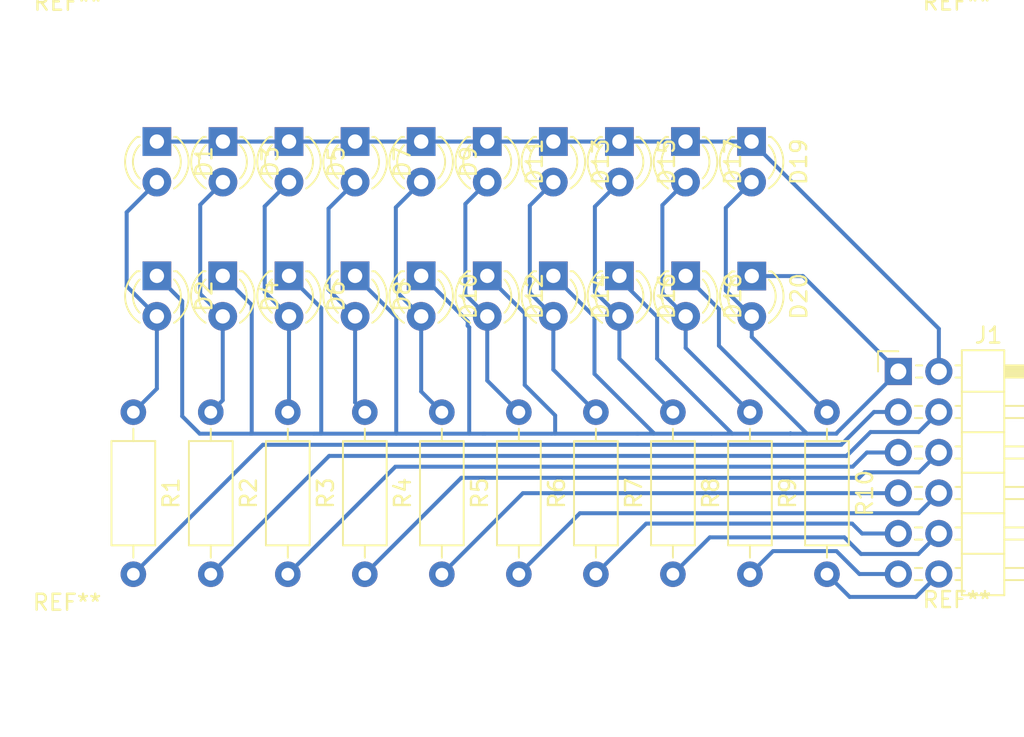
<source format=kicad_pcb>
(kicad_pcb (version 20171130) (host pcbnew "(5.1.12-1-10_14)")

  (general
    (thickness 1.6)
    (drawings 6)
    (tracks 156)
    (zones 0)
    (modules 35)
    (nets 23)
  )

  (page A4)
  (layers
    (0 F.Cu signal hide)
    (31 B.Cu signal)
    (32 B.Adhes user hide)
    (33 F.Adhes user hide)
    (34 B.Paste user hide)
    (35 F.Paste user hide)
    (36 B.SilkS user hide)
    (37 F.SilkS user)
    (38 B.Mask user hide)
    (39 F.Mask user hide)
    (40 Dwgs.User user)
    (41 Cmts.User user hide)
    (42 Eco1.User user hide)
    (43 Eco2.User user hide)
    (44 Edge.Cuts user hide)
    (45 Margin user hide)
    (46 B.CrtYd user)
    (47 F.CrtYd user)
    (48 B.Fab user hide)
    (49 F.Fab user hide)
  )

  (setup
    (last_trace_width 0.25)
    (trace_clearance 0.2)
    (zone_clearance 0.508)
    (zone_45_only no)
    (trace_min 0.2)
    (via_size 0.8)
    (via_drill 0.4)
    (via_min_size 0.4)
    (via_min_drill 0.3)
    (uvia_size 0.3)
    (uvia_drill 0.1)
    (uvias_allowed no)
    (uvia_min_size 0.2)
    (uvia_min_drill 0.1)
    (edge_width 0.05)
    (segment_width 0.2)
    (pcb_text_width 0.3)
    (pcb_text_size 1.5 1.5)
    (mod_edge_width 0.12)
    (mod_text_size 1 1)
    (mod_text_width 0.15)
    (pad_size 1.524 1.524)
    (pad_drill 0.762)
    (pad_to_mask_clearance 0)
    (aux_axis_origin 0 0)
    (visible_elements FFFFFF7F)
    (pcbplotparams
      (layerselection 0x010fc_ffffffff)
      (usegerberextensions false)
      (usegerberattributes true)
      (usegerberadvancedattributes true)
      (creategerberjobfile true)
      (excludeedgelayer true)
      (linewidth 0.100000)
      (plotframeref false)
      (viasonmask false)
      (mode 1)
      (useauxorigin false)
      (hpglpennumber 1)
      (hpglpenspeed 20)
      (hpglpendiameter 15.000000)
      (psnegative false)
      (psa4output false)
      (plotreference true)
      (plotvalue true)
      (plotinvisibletext false)
      (padsonsilk false)
      (subtractmaskfromsilk false)
      (outputformat 1)
      (mirror false)
      (drillshape 1)
      (scaleselection 1)
      (outputdirectory ""))
  )

  (net 0 "")
  (net 1 "Net-(D1-Pad2)")
  (net 2 "Net-(D3-Pad2)")
  (net 3 "Net-(D5-Pad2)")
  (net 4 "Net-(D7-Pad2)")
  (net 5 "Net-(D10-Pad2)")
  (net 6 "Net-(D11-Pad2)")
  (net 7 "Net-(D13-Pad2)")
  (net 8 "Net-(D15-Pad2)")
  (net 9 "Net-(D17-Pad2)")
  (net 10 "Net-(D19-Pad2)")
  (net 11 UVSEL1)
  (net 12 UVSEL2)
  (net 13 UVLED10)
  (net 14 UVLED9)
  (net 15 UVLED8)
  (net 16 UVLED7)
  (net 17 UVLED6)
  (net 18 UVLED5)
  (net 19 UVLED4)
  (net 20 UVLED3)
  (net 21 UVLED2)
  (net 22 UVLED1)

  (net_class Default "This is the default net class."
    (clearance 0.2)
    (trace_width 0.25)
    (via_dia 0.8)
    (via_drill 0.4)
    (uvia_dia 0.3)
    (uvia_drill 0.1)
    (add_net "Net-(D1-Pad2)")
    (add_net "Net-(D10-Pad2)")
    (add_net "Net-(D11-Pad2)")
    (add_net "Net-(D13-Pad2)")
    (add_net "Net-(D15-Pad2)")
    (add_net "Net-(D17-Pad2)")
    (add_net "Net-(D19-Pad2)")
    (add_net "Net-(D3-Pad2)")
    (add_net "Net-(D5-Pad2)")
    (add_net "Net-(D7-Pad2)")
    (add_net UVLED1)
    (add_net UVLED10)
    (add_net UVLED2)
    (add_net UVLED3)
    (add_net UVLED4)
    (add_net UVLED5)
    (add_net UVLED6)
    (add_net UVLED7)
    (add_net UVLED8)
    (add_net UVLED9)
    (add_net UVSEL1)
    (add_net UVSEL2)
  )

  (module MountingHole:MountingHole_3.2mm_M3 (layer F.Cu) (tedit 56D1B4CB) (tstamp 62398871)
    (at 80.3275 120.9548)
    (descr "Mounting Hole 3.2mm, no annular, M3")
    (tags "mounting hole 3.2mm no annular m3")
    (attr virtual)
    (fp_text reference REF** (at 0 -4.2) (layer F.SilkS)
      (effects (font (size 1 1) (thickness 0.15)))
    )
    (fp_text value MountingHole_3.2mm_M3 (at 0 4.2) (layer F.Fab)
      (effects (font (size 1 1) (thickness 0.15)))
    )
    (fp_text user %R (at 0.3 0) (layer F.Fab)
      (effects (font (size 1 1) (thickness 0.15)))
    )
    (fp_circle (center 0 0) (end 3.2 0) (layer Cmts.User) (width 0.15))
    (fp_circle (center 0 0) (end 3.45 0) (layer F.CrtYd) (width 0.05))
    (pad 1 np_thru_hole circle (at 0 0) (size 3.2 3.2) (drill 3.2) (layers *.Cu *.Mask))
  )

  (module MountingHole:MountingHole_3.2mm_M3 (layer F.Cu) (tedit 56D1B4CB) (tstamp 62398838)
    (at 80.3275 158.4198)
    (descr "Mounting Hole 3.2mm, no annular, M3")
    (tags "mounting hole 3.2mm no annular m3")
    (attr virtual)
    (fp_text reference REF** (at 0 -4.2) (layer F.SilkS)
      (effects (font (size 1 1) (thickness 0.15)))
    )
    (fp_text value MountingHole_3.2mm_M3 (at 0 4.2) (layer F.Fab)
      (effects (font (size 1 1) (thickness 0.15)))
    )
    (fp_text user %R (at 0.3 0) (layer F.Fab)
      (effects (font (size 1 1) (thickness 0.15)))
    )
    (fp_circle (center 0 0) (end 3.2 0) (layer Cmts.User) (width 0.15))
    (fp_circle (center 0 0) (end 3.45 0) (layer F.CrtYd) (width 0.05))
    (pad 1 np_thru_hole circle (at 0 0) (size 3.2 3.2) (drill 3.2) (layers *.Cu *.Mask))
  )

  (module MountingHole:MountingHole_3.2mm_M3 (layer F.Cu) (tedit 56D1B4CB) (tstamp 623987FF)
    (at 24.5745 158.5849)
    (descr "Mounting Hole 3.2mm, no annular, M3")
    (tags "mounting hole 3.2mm no annular m3")
    (attr virtual)
    (fp_text reference REF** (at 0 -4.2) (layer F.SilkS)
      (effects (font (size 1 1) (thickness 0.15)))
    )
    (fp_text value MountingHole_3.2mm_M3 (at 0 4.2) (layer F.Fab)
      (effects (font (size 1 1) (thickness 0.15)))
    )
    (fp_text user %R (at 0.3 0) (layer F.Fab)
      (effects (font (size 1 1) (thickness 0.15)))
    )
    (fp_circle (center 0 0) (end 3.2 0) (layer Cmts.User) (width 0.15))
    (fp_circle (center 0 0) (end 3.45 0) (layer F.CrtYd) (width 0.05))
    (pad 1 np_thru_hole circle (at 0 0) (size 3.2 3.2) (drill 3.2) (layers *.Cu *.Mask))
  )

  (module MountingHole:MountingHole_3.2mm_M3 (layer F.Cu) (tedit 56D1B4CB) (tstamp 623987C5)
    (at 24.6253 120.9675)
    (descr "Mounting Hole 3.2mm, no annular, M3")
    (tags "mounting hole 3.2mm no annular m3")
    (attr virtual)
    (fp_text reference REF** (at 0 -4.2) (layer F.SilkS)
      (effects (font (size 1 1) (thickness 0.15)))
    )
    (fp_text value MountingHole_3.2mm_M3 (at 0 4.2) (layer F.Fab)
      (effects (font (size 1 1) (thickness 0.15)))
    )
    (fp_text user %R (at 0.3 0) (layer F.Fab)
      (effects (font (size 1 1) (thickness 0.15)))
    )
    (fp_circle (center 0 0) (end 3.2 0) (layer Cmts.User) (width 0.15))
    (fp_circle (center 0 0) (end 3.45 0) (layer F.CrtYd) (width 0.05))
    (pad 1 np_thru_hole circle (at 0 0) (size 3.2 3.2) (drill 3.2) (layers *.Cu *.Mask))
  )

  (module Connector_PinHeader_2.54mm:PinHeader_2x06_P2.54mm_Horizontal (layer F.Cu) (tedit 59FED5CB) (tstamp 6237B59D)
    (at 76.6572 139.9032)
    (descr "Through hole angled pin header, 2x06, 2.54mm pitch, 6mm pin length, double rows")
    (tags "Through hole angled pin header THT 2x06 2.54mm double row")
    (path /62D369F6)
    (fp_text reference J1 (at 5.655 -2.27) (layer F.SilkS)
      (effects (font (size 1 1) (thickness 0.15)))
    )
    (fp_text value Conn_02x06_Odd_Even (at 5.655 14.97) (layer F.Fab)
      (effects (font (size 1 1) (thickness 0.15)))
    )
    (fp_line (start 4.675 -1.27) (end 6.58 -1.27) (layer F.Fab) (width 0.1))
    (fp_line (start 6.58 -1.27) (end 6.58 13.97) (layer F.Fab) (width 0.1))
    (fp_line (start 6.58 13.97) (end 4.04 13.97) (layer F.Fab) (width 0.1))
    (fp_line (start 4.04 13.97) (end 4.04 -0.635) (layer F.Fab) (width 0.1))
    (fp_line (start 4.04 -0.635) (end 4.675 -1.27) (layer F.Fab) (width 0.1))
    (fp_line (start -0.32 -0.32) (end 4.04 -0.32) (layer F.Fab) (width 0.1))
    (fp_line (start -0.32 -0.32) (end -0.32 0.32) (layer F.Fab) (width 0.1))
    (fp_line (start -0.32 0.32) (end 4.04 0.32) (layer F.Fab) (width 0.1))
    (fp_line (start 6.58 -0.32) (end 12.58 -0.32) (layer F.Fab) (width 0.1))
    (fp_line (start 12.58 -0.32) (end 12.58 0.32) (layer F.Fab) (width 0.1))
    (fp_line (start 6.58 0.32) (end 12.58 0.32) (layer F.Fab) (width 0.1))
    (fp_line (start -0.32 2.22) (end 4.04 2.22) (layer F.Fab) (width 0.1))
    (fp_line (start -0.32 2.22) (end -0.32 2.86) (layer F.Fab) (width 0.1))
    (fp_line (start -0.32 2.86) (end 4.04 2.86) (layer F.Fab) (width 0.1))
    (fp_line (start 6.58 2.22) (end 12.58 2.22) (layer F.Fab) (width 0.1))
    (fp_line (start 12.58 2.22) (end 12.58 2.86) (layer F.Fab) (width 0.1))
    (fp_line (start 6.58 2.86) (end 12.58 2.86) (layer F.Fab) (width 0.1))
    (fp_line (start -0.32 4.76) (end 4.04 4.76) (layer F.Fab) (width 0.1))
    (fp_line (start -0.32 4.76) (end -0.32 5.4) (layer F.Fab) (width 0.1))
    (fp_line (start -0.32 5.4) (end 4.04 5.4) (layer F.Fab) (width 0.1))
    (fp_line (start 6.58 4.76) (end 12.58 4.76) (layer F.Fab) (width 0.1))
    (fp_line (start 12.58 4.76) (end 12.58 5.4) (layer F.Fab) (width 0.1))
    (fp_line (start 6.58 5.4) (end 12.58 5.4) (layer F.Fab) (width 0.1))
    (fp_line (start -0.32 7.3) (end 4.04 7.3) (layer F.Fab) (width 0.1))
    (fp_line (start -0.32 7.3) (end -0.32 7.94) (layer F.Fab) (width 0.1))
    (fp_line (start -0.32 7.94) (end 4.04 7.94) (layer F.Fab) (width 0.1))
    (fp_line (start 6.58 7.3) (end 12.58 7.3) (layer F.Fab) (width 0.1))
    (fp_line (start 12.58 7.3) (end 12.58 7.94) (layer F.Fab) (width 0.1))
    (fp_line (start 6.58 7.94) (end 12.58 7.94) (layer F.Fab) (width 0.1))
    (fp_line (start -0.32 9.84) (end 4.04 9.84) (layer F.Fab) (width 0.1))
    (fp_line (start -0.32 9.84) (end -0.32 10.48) (layer F.Fab) (width 0.1))
    (fp_line (start -0.32 10.48) (end 4.04 10.48) (layer F.Fab) (width 0.1))
    (fp_line (start 6.58 9.84) (end 12.58 9.84) (layer F.Fab) (width 0.1))
    (fp_line (start 12.58 9.84) (end 12.58 10.48) (layer F.Fab) (width 0.1))
    (fp_line (start 6.58 10.48) (end 12.58 10.48) (layer F.Fab) (width 0.1))
    (fp_line (start -0.32 12.38) (end 4.04 12.38) (layer F.Fab) (width 0.1))
    (fp_line (start -0.32 12.38) (end -0.32 13.02) (layer F.Fab) (width 0.1))
    (fp_line (start -0.32 13.02) (end 4.04 13.02) (layer F.Fab) (width 0.1))
    (fp_line (start 6.58 12.38) (end 12.58 12.38) (layer F.Fab) (width 0.1))
    (fp_line (start 12.58 12.38) (end 12.58 13.02) (layer F.Fab) (width 0.1))
    (fp_line (start 6.58 13.02) (end 12.58 13.02) (layer F.Fab) (width 0.1))
    (fp_line (start 3.98 -1.33) (end 3.98 14.03) (layer F.SilkS) (width 0.12))
    (fp_line (start 3.98 14.03) (end 6.64 14.03) (layer F.SilkS) (width 0.12))
    (fp_line (start 6.64 14.03) (end 6.64 -1.33) (layer F.SilkS) (width 0.12))
    (fp_line (start 6.64 -1.33) (end 3.98 -1.33) (layer F.SilkS) (width 0.12))
    (fp_line (start 6.64 -0.38) (end 12.64 -0.38) (layer F.SilkS) (width 0.12))
    (fp_line (start 12.64 -0.38) (end 12.64 0.38) (layer F.SilkS) (width 0.12))
    (fp_line (start 12.64 0.38) (end 6.64 0.38) (layer F.SilkS) (width 0.12))
    (fp_line (start 6.64 -0.32) (end 12.64 -0.32) (layer F.SilkS) (width 0.12))
    (fp_line (start 6.64 -0.2) (end 12.64 -0.2) (layer F.SilkS) (width 0.12))
    (fp_line (start 6.64 -0.08) (end 12.64 -0.08) (layer F.SilkS) (width 0.12))
    (fp_line (start 6.64 0.04) (end 12.64 0.04) (layer F.SilkS) (width 0.12))
    (fp_line (start 6.64 0.16) (end 12.64 0.16) (layer F.SilkS) (width 0.12))
    (fp_line (start 6.64 0.28) (end 12.64 0.28) (layer F.SilkS) (width 0.12))
    (fp_line (start 3.582929 -0.38) (end 3.98 -0.38) (layer F.SilkS) (width 0.12))
    (fp_line (start 3.582929 0.38) (end 3.98 0.38) (layer F.SilkS) (width 0.12))
    (fp_line (start 1.11 -0.38) (end 1.497071 -0.38) (layer F.SilkS) (width 0.12))
    (fp_line (start 1.11 0.38) (end 1.497071 0.38) (layer F.SilkS) (width 0.12))
    (fp_line (start 3.98 1.27) (end 6.64 1.27) (layer F.SilkS) (width 0.12))
    (fp_line (start 6.64 2.16) (end 12.64 2.16) (layer F.SilkS) (width 0.12))
    (fp_line (start 12.64 2.16) (end 12.64 2.92) (layer F.SilkS) (width 0.12))
    (fp_line (start 12.64 2.92) (end 6.64 2.92) (layer F.SilkS) (width 0.12))
    (fp_line (start 3.582929 2.16) (end 3.98 2.16) (layer F.SilkS) (width 0.12))
    (fp_line (start 3.582929 2.92) (end 3.98 2.92) (layer F.SilkS) (width 0.12))
    (fp_line (start 1.042929 2.16) (end 1.497071 2.16) (layer F.SilkS) (width 0.12))
    (fp_line (start 1.042929 2.92) (end 1.497071 2.92) (layer F.SilkS) (width 0.12))
    (fp_line (start 3.98 3.81) (end 6.64 3.81) (layer F.SilkS) (width 0.12))
    (fp_line (start 6.64 4.7) (end 12.64 4.7) (layer F.SilkS) (width 0.12))
    (fp_line (start 12.64 4.7) (end 12.64 5.46) (layer F.SilkS) (width 0.12))
    (fp_line (start 12.64 5.46) (end 6.64 5.46) (layer F.SilkS) (width 0.12))
    (fp_line (start 3.582929 4.7) (end 3.98 4.7) (layer F.SilkS) (width 0.12))
    (fp_line (start 3.582929 5.46) (end 3.98 5.46) (layer F.SilkS) (width 0.12))
    (fp_line (start 1.042929 4.7) (end 1.497071 4.7) (layer F.SilkS) (width 0.12))
    (fp_line (start 1.042929 5.46) (end 1.497071 5.46) (layer F.SilkS) (width 0.12))
    (fp_line (start 3.98 6.35) (end 6.64 6.35) (layer F.SilkS) (width 0.12))
    (fp_line (start 6.64 7.24) (end 12.64 7.24) (layer F.SilkS) (width 0.12))
    (fp_line (start 12.64 7.24) (end 12.64 8) (layer F.SilkS) (width 0.12))
    (fp_line (start 12.64 8) (end 6.64 8) (layer F.SilkS) (width 0.12))
    (fp_line (start 3.582929 7.24) (end 3.98 7.24) (layer F.SilkS) (width 0.12))
    (fp_line (start 3.582929 8) (end 3.98 8) (layer F.SilkS) (width 0.12))
    (fp_line (start 1.042929 7.24) (end 1.497071 7.24) (layer F.SilkS) (width 0.12))
    (fp_line (start 1.042929 8) (end 1.497071 8) (layer F.SilkS) (width 0.12))
    (fp_line (start 3.98 8.89) (end 6.64 8.89) (layer F.SilkS) (width 0.12))
    (fp_line (start 6.64 9.78) (end 12.64 9.78) (layer F.SilkS) (width 0.12))
    (fp_line (start 12.64 9.78) (end 12.64 10.54) (layer F.SilkS) (width 0.12))
    (fp_line (start 12.64 10.54) (end 6.64 10.54) (layer F.SilkS) (width 0.12))
    (fp_line (start 3.582929 9.78) (end 3.98 9.78) (layer F.SilkS) (width 0.12))
    (fp_line (start 3.582929 10.54) (end 3.98 10.54) (layer F.SilkS) (width 0.12))
    (fp_line (start 1.042929 9.78) (end 1.497071 9.78) (layer F.SilkS) (width 0.12))
    (fp_line (start 1.042929 10.54) (end 1.497071 10.54) (layer F.SilkS) (width 0.12))
    (fp_line (start 3.98 11.43) (end 6.64 11.43) (layer F.SilkS) (width 0.12))
    (fp_line (start 6.64 12.32) (end 12.64 12.32) (layer F.SilkS) (width 0.12))
    (fp_line (start 12.64 12.32) (end 12.64 13.08) (layer F.SilkS) (width 0.12))
    (fp_line (start 12.64 13.08) (end 6.64 13.08) (layer F.SilkS) (width 0.12))
    (fp_line (start 3.582929 12.32) (end 3.98 12.32) (layer F.SilkS) (width 0.12))
    (fp_line (start 3.582929 13.08) (end 3.98 13.08) (layer F.SilkS) (width 0.12))
    (fp_line (start 1.042929 12.32) (end 1.497071 12.32) (layer F.SilkS) (width 0.12))
    (fp_line (start 1.042929 13.08) (end 1.497071 13.08) (layer F.SilkS) (width 0.12))
    (fp_line (start -1.27 0) (end -1.27 -1.27) (layer F.SilkS) (width 0.12))
    (fp_line (start -1.27 -1.27) (end 0 -1.27) (layer F.SilkS) (width 0.12))
    (fp_line (start -1.8 -1.8) (end -1.8 14.5) (layer F.CrtYd) (width 0.05))
    (fp_line (start -1.8 14.5) (end 13.1 14.5) (layer F.CrtYd) (width 0.05))
    (fp_line (start 13.1 14.5) (end 13.1 -1.8) (layer F.CrtYd) (width 0.05))
    (fp_line (start 13.1 -1.8) (end -1.8 -1.8) (layer F.CrtYd) (width 0.05))
    (fp_text user %R (at 5.31 6.35 90) (layer F.Fab)
      (effects (font (size 1 1) (thickness 0.15)))
    )
    (pad 1 thru_hole rect (at 0 0) (size 1.7 1.7) (drill 1) (layers *.Cu *.Mask)
      (net 12 UVSEL2))
    (pad 2 thru_hole oval (at 2.54 0) (size 1.7 1.7) (drill 1) (layers *.Cu *.Mask)
      (net 11 UVSEL1))
    (pad 3 thru_hole oval (at 0 2.54) (size 1.7 1.7) (drill 1) (layers *.Cu *.Mask)
      (net 22 UVLED1))
    (pad 4 thru_hole oval (at 2.54 2.54) (size 1.7 1.7) (drill 1) (layers *.Cu *.Mask)
      (net 21 UVLED2))
    (pad 5 thru_hole oval (at 0 5.08) (size 1.7 1.7) (drill 1) (layers *.Cu *.Mask)
      (net 20 UVLED3))
    (pad 6 thru_hole oval (at 2.54 5.08) (size 1.7 1.7) (drill 1) (layers *.Cu *.Mask)
      (net 19 UVLED4))
    (pad 7 thru_hole oval (at 0 7.62) (size 1.7 1.7) (drill 1) (layers *.Cu *.Mask)
      (net 18 UVLED5))
    (pad 8 thru_hole oval (at 2.54 7.62) (size 1.7 1.7) (drill 1) (layers *.Cu *.Mask)
      (net 17 UVLED6))
    (pad 9 thru_hole oval (at 0 10.16) (size 1.7 1.7) (drill 1) (layers *.Cu *.Mask)
      (net 16 UVLED7))
    (pad 10 thru_hole oval (at 2.54 10.16) (size 1.7 1.7) (drill 1) (layers *.Cu *.Mask)
      (net 15 UVLED8))
    (pad 11 thru_hole oval (at 0 12.7) (size 1.7 1.7) (drill 1) (layers *.Cu *.Mask)
      (net 14 UVLED9))
    (pad 12 thru_hole oval (at 2.54 12.7) (size 1.7 1.7) (drill 1) (layers *.Cu *.Mask)
      (net 13 UVLED10))
    (model ${KISYS3DMOD}/Connector_PinHeader_2.54mm.3dshapes/PinHeader_2x06_P2.54mm_Horizontal.wrl
      (at (xyz 0 0 0))
      (scale (xyz 1 1 1))
      (rotate (xyz 0 0 0))
    )
  )

  (module LED_THT:LED_D3.0mm (layer F.Cu) (tedit 587A3A7B) (tstamp 62371BAF)
    (at 30.2006 125.4887 270)
    (descr "LED, diameter 3.0mm, 2 pins")
    (tags "LED diameter 3.0mm 2 pins")
    (path /625F8AAA)
    (fp_text reference D1 (at 1.27 -2.96 90) (layer F.SilkS)
      (effects (font (size 1 1) (thickness 0.15)))
    )
    (fp_text value G (at 1.27 2.96 90) (layer F.Fab)
      (effects (font (size 1 1) (thickness 0.15)))
    )
    (fp_line (start 3.7 -2.25) (end -1.15 -2.25) (layer F.CrtYd) (width 0.05))
    (fp_line (start 3.7 2.25) (end 3.7 -2.25) (layer F.CrtYd) (width 0.05))
    (fp_line (start -1.15 2.25) (end 3.7 2.25) (layer F.CrtYd) (width 0.05))
    (fp_line (start -1.15 -2.25) (end -1.15 2.25) (layer F.CrtYd) (width 0.05))
    (fp_line (start -0.29 1.08) (end -0.29 1.236) (layer F.SilkS) (width 0.12))
    (fp_line (start -0.29 -1.236) (end -0.29 -1.08) (layer F.SilkS) (width 0.12))
    (fp_line (start -0.23 -1.16619) (end -0.23 1.16619) (layer F.Fab) (width 0.1))
    (fp_circle (center 1.27 0) (end 2.77 0) (layer F.Fab) (width 0.1))
    (fp_arc (start 1.27 0) (end -0.23 -1.16619) (angle 284.3) (layer F.Fab) (width 0.1))
    (fp_arc (start 1.27 0) (end -0.29 -1.235516) (angle 108.8) (layer F.SilkS) (width 0.12))
    (fp_arc (start 1.27 0) (end -0.29 1.235516) (angle -108.8) (layer F.SilkS) (width 0.12))
    (fp_arc (start 1.27 0) (end 0.229039 -1.08) (angle 87.9) (layer F.SilkS) (width 0.12))
    (fp_arc (start 1.27 0) (end 0.229039 1.08) (angle -87.9) (layer F.SilkS) (width 0.12))
    (pad 1 thru_hole rect (at 0 0 270) (size 1.8 1.8) (drill 0.9) (layers *.Cu *.Mask)
      (net 11 UVSEL1))
    (pad 2 thru_hole circle (at 2.54 0 270) (size 1.8 1.8) (drill 0.9) (layers *.Cu *.Mask)
      (net 1 "Net-(D1-Pad2)"))
    (model ${KISYS3DMOD}/LED_THT.3dshapes/LED_D3.0mm.wrl
      (at (xyz 0 0 0))
      (scale (xyz 1 1 1))
      (rotate (xyz 0 0 0))
    )
  )

  (module LED_THT:LED_D3.0mm (layer F.Cu) (tedit 587A3A7B) (tstamp 62371BC2)
    (at 30.2006 133.9088 270)
    (descr "LED, diameter 3.0mm, 2 pins")
    (tags "LED diameter 3.0mm 2 pins")
    (path /625FA78D)
    (fp_text reference D2 (at 1.27 -2.96 90) (layer F.SilkS)
      (effects (font (size 1 1) (thickness 0.15)))
    )
    (fp_text value G (at 1.27 2.96 90) (layer F.Fab)
      (effects (font (size 1 1) (thickness 0.15)))
    )
    (fp_line (start 3.7 -2.25) (end -1.15 -2.25) (layer F.CrtYd) (width 0.05))
    (fp_line (start 3.7 2.25) (end 3.7 -2.25) (layer F.CrtYd) (width 0.05))
    (fp_line (start -1.15 2.25) (end 3.7 2.25) (layer F.CrtYd) (width 0.05))
    (fp_line (start -1.15 -2.25) (end -1.15 2.25) (layer F.CrtYd) (width 0.05))
    (fp_line (start -0.29 1.08) (end -0.29 1.236) (layer F.SilkS) (width 0.12))
    (fp_line (start -0.29 -1.236) (end -0.29 -1.08) (layer F.SilkS) (width 0.12))
    (fp_line (start -0.23 -1.16619) (end -0.23 1.16619) (layer F.Fab) (width 0.1))
    (fp_circle (center 1.27 0) (end 2.77 0) (layer F.Fab) (width 0.1))
    (fp_arc (start 1.27 0) (end -0.23 -1.16619) (angle 284.3) (layer F.Fab) (width 0.1))
    (fp_arc (start 1.27 0) (end -0.29 -1.235516) (angle 108.8) (layer F.SilkS) (width 0.12))
    (fp_arc (start 1.27 0) (end -0.29 1.235516) (angle -108.8) (layer F.SilkS) (width 0.12))
    (fp_arc (start 1.27 0) (end 0.229039 -1.08) (angle 87.9) (layer F.SilkS) (width 0.12))
    (fp_arc (start 1.27 0) (end 0.229039 1.08) (angle -87.9) (layer F.SilkS) (width 0.12))
    (pad 1 thru_hole rect (at 0 0 270) (size 1.8 1.8) (drill 0.9) (layers *.Cu *.Mask)
      (net 12 UVSEL2))
    (pad 2 thru_hole circle (at 2.54 0 270) (size 1.8 1.8) (drill 0.9) (layers *.Cu *.Mask)
      (net 1 "Net-(D1-Pad2)"))
    (model ${KISYS3DMOD}/LED_THT.3dshapes/LED_D3.0mm.wrl
      (at (xyz 0 0 0))
      (scale (xyz 1 1 1))
      (rotate (xyz 0 0 0))
    )
  )

  (module LED_THT:LED_D3.0mm (layer F.Cu) (tedit 587A3A7B) (tstamp 62371BD5)
    (at 34.3408 125.4887 270)
    (descr "LED, diameter 3.0mm, 2 pins")
    (tags "LED diameter 3.0mm 2 pins")
    (path /625FCB3A)
    (fp_text reference D3 (at 1.27 -2.96 90) (layer F.SilkS)
      (effects (font (size 1 1) (thickness 0.15)))
    )
    (fp_text value G (at 1.27 2.96 90) (layer F.Fab)
      (effects (font (size 1 1) (thickness 0.15)))
    )
    (fp_circle (center 1.27 0) (end 2.77 0) (layer F.Fab) (width 0.1))
    (fp_line (start -0.23 -1.16619) (end -0.23 1.16619) (layer F.Fab) (width 0.1))
    (fp_line (start -0.29 -1.236) (end -0.29 -1.08) (layer F.SilkS) (width 0.12))
    (fp_line (start -0.29 1.08) (end -0.29 1.236) (layer F.SilkS) (width 0.12))
    (fp_line (start -1.15 -2.25) (end -1.15 2.25) (layer F.CrtYd) (width 0.05))
    (fp_line (start -1.15 2.25) (end 3.7 2.25) (layer F.CrtYd) (width 0.05))
    (fp_line (start 3.7 2.25) (end 3.7 -2.25) (layer F.CrtYd) (width 0.05))
    (fp_line (start 3.7 -2.25) (end -1.15 -2.25) (layer F.CrtYd) (width 0.05))
    (fp_arc (start 1.27 0) (end 0.229039 1.08) (angle -87.9) (layer F.SilkS) (width 0.12))
    (fp_arc (start 1.27 0) (end 0.229039 -1.08) (angle 87.9) (layer F.SilkS) (width 0.12))
    (fp_arc (start 1.27 0) (end -0.29 1.235516) (angle -108.8) (layer F.SilkS) (width 0.12))
    (fp_arc (start 1.27 0) (end -0.29 -1.235516) (angle 108.8) (layer F.SilkS) (width 0.12))
    (fp_arc (start 1.27 0) (end -0.23 -1.16619) (angle 284.3) (layer F.Fab) (width 0.1))
    (pad 2 thru_hole circle (at 2.54 0 270) (size 1.8 1.8) (drill 0.9) (layers *.Cu *.Mask)
      (net 2 "Net-(D3-Pad2)"))
    (pad 1 thru_hole rect (at 0 0 270) (size 1.8 1.8) (drill 0.9) (layers *.Cu *.Mask)
      (net 11 UVSEL1))
    (model ${KISYS3DMOD}/LED_THT.3dshapes/LED_D3.0mm.wrl
      (at (xyz 0 0 0))
      (scale (xyz 1 1 1))
      (rotate (xyz 0 0 0))
    )
  )

  (module LED_THT:LED_D3.0mm (layer F.Cu) (tedit 587A3A7B) (tstamp 62371BE8)
    (at 34.3281 133.9088 270)
    (descr "LED, diameter 3.0mm, 2 pins")
    (tags "LED diameter 3.0mm 2 pins")
    (path /625FCB44)
    (fp_text reference D4 (at 1.27 -2.96 90) (layer F.SilkS)
      (effects (font (size 1 1) (thickness 0.15)))
    )
    (fp_text value G (at 1.27 2.96 90) (layer F.Fab)
      (effects (font (size 1 1) (thickness 0.15)))
    )
    (fp_line (start 3.7 -2.25) (end -1.15 -2.25) (layer F.CrtYd) (width 0.05))
    (fp_line (start 3.7 2.25) (end 3.7 -2.25) (layer F.CrtYd) (width 0.05))
    (fp_line (start -1.15 2.25) (end 3.7 2.25) (layer F.CrtYd) (width 0.05))
    (fp_line (start -1.15 -2.25) (end -1.15 2.25) (layer F.CrtYd) (width 0.05))
    (fp_line (start -0.29 1.08) (end -0.29 1.236) (layer F.SilkS) (width 0.12))
    (fp_line (start -0.29 -1.236) (end -0.29 -1.08) (layer F.SilkS) (width 0.12))
    (fp_line (start -0.23 -1.16619) (end -0.23 1.16619) (layer F.Fab) (width 0.1))
    (fp_circle (center 1.27 0) (end 2.77 0) (layer F.Fab) (width 0.1))
    (fp_arc (start 1.27 0) (end -0.23 -1.16619) (angle 284.3) (layer F.Fab) (width 0.1))
    (fp_arc (start 1.27 0) (end -0.29 -1.235516) (angle 108.8) (layer F.SilkS) (width 0.12))
    (fp_arc (start 1.27 0) (end -0.29 1.235516) (angle -108.8) (layer F.SilkS) (width 0.12))
    (fp_arc (start 1.27 0) (end 0.229039 -1.08) (angle 87.9) (layer F.SilkS) (width 0.12))
    (fp_arc (start 1.27 0) (end 0.229039 1.08) (angle -87.9) (layer F.SilkS) (width 0.12))
    (pad 1 thru_hole rect (at 0 0 270) (size 1.8 1.8) (drill 0.9) (layers *.Cu *.Mask)
      (net 12 UVSEL2))
    (pad 2 thru_hole circle (at 2.54 0 270) (size 1.8 1.8) (drill 0.9) (layers *.Cu *.Mask)
      (net 2 "Net-(D3-Pad2)"))
    (model ${KISYS3DMOD}/LED_THT.3dshapes/LED_D3.0mm.wrl
      (at (xyz 0 0 0))
      (scale (xyz 1 1 1))
      (rotate (xyz 0 0 0))
    )
  )

  (module LED_THT:LED_D3.0mm (layer F.Cu) (tedit 587A3A7B) (tstamp 62371BFB)
    (at 38.481 125.4887 270)
    (descr "LED, diameter 3.0mm, 2 pins")
    (tags "LED diameter 3.0mm 2 pins")
    (path /625FE034)
    (fp_text reference D5 (at 1.27 -2.96 90) (layer F.SilkS)
      (effects (font (size 1 1) (thickness 0.15)))
    )
    (fp_text value G (at 1.27 2.96 90) (layer F.Fab)
      (effects (font (size 1 1) (thickness 0.15)))
    )
    (fp_circle (center 1.27 0) (end 2.77 0) (layer F.Fab) (width 0.1))
    (fp_line (start -0.23 -1.16619) (end -0.23 1.16619) (layer F.Fab) (width 0.1))
    (fp_line (start -0.29 -1.236) (end -0.29 -1.08) (layer F.SilkS) (width 0.12))
    (fp_line (start -0.29 1.08) (end -0.29 1.236) (layer F.SilkS) (width 0.12))
    (fp_line (start -1.15 -2.25) (end -1.15 2.25) (layer F.CrtYd) (width 0.05))
    (fp_line (start -1.15 2.25) (end 3.7 2.25) (layer F.CrtYd) (width 0.05))
    (fp_line (start 3.7 2.25) (end 3.7 -2.25) (layer F.CrtYd) (width 0.05))
    (fp_line (start 3.7 -2.25) (end -1.15 -2.25) (layer F.CrtYd) (width 0.05))
    (fp_arc (start 1.27 0) (end 0.229039 1.08) (angle -87.9) (layer F.SilkS) (width 0.12))
    (fp_arc (start 1.27 0) (end 0.229039 -1.08) (angle 87.9) (layer F.SilkS) (width 0.12))
    (fp_arc (start 1.27 0) (end -0.29 1.235516) (angle -108.8) (layer F.SilkS) (width 0.12))
    (fp_arc (start 1.27 0) (end -0.29 -1.235516) (angle 108.8) (layer F.SilkS) (width 0.12))
    (fp_arc (start 1.27 0) (end -0.23 -1.16619) (angle 284.3) (layer F.Fab) (width 0.1))
    (pad 2 thru_hole circle (at 2.54 0 270) (size 1.8 1.8) (drill 0.9) (layers *.Cu *.Mask)
      (net 3 "Net-(D5-Pad2)"))
    (pad 1 thru_hole rect (at 0 0 270) (size 1.8 1.8) (drill 0.9) (layers *.Cu *.Mask)
      (net 11 UVSEL1))
    (model ${KISYS3DMOD}/LED_THT.3dshapes/LED_D3.0mm.wrl
      (at (xyz 0 0 0))
      (scale (xyz 1 1 1))
      (rotate (xyz 0 0 0))
    )
  )

  (module LED_THT:LED_D3.0mm (layer F.Cu) (tedit 587A3A7B) (tstamp 62371C0E)
    (at 38.481 133.9088 270)
    (descr "LED, diameter 3.0mm, 2 pins")
    (tags "LED diameter 3.0mm 2 pins")
    (path /625FE03E)
    (fp_text reference D6 (at 1.27 -2.96 90) (layer F.SilkS)
      (effects (font (size 1 1) (thickness 0.15)))
    )
    (fp_text value G (at 1.27 2.96 90) (layer F.Fab)
      (effects (font (size 1 1) (thickness 0.15)))
    )
    (fp_line (start 3.7 -2.25) (end -1.15 -2.25) (layer F.CrtYd) (width 0.05))
    (fp_line (start 3.7 2.25) (end 3.7 -2.25) (layer F.CrtYd) (width 0.05))
    (fp_line (start -1.15 2.25) (end 3.7 2.25) (layer F.CrtYd) (width 0.05))
    (fp_line (start -1.15 -2.25) (end -1.15 2.25) (layer F.CrtYd) (width 0.05))
    (fp_line (start -0.29 1.08) (end -0.29 1.236) (layer F.SilkS) (width 0.12))
    (fp_line (start -0.29 -1.236) (end -0.29 -1.08) (layer F.SilkS) (width 0.12))
    (fp_line (start -0.23 -1.16619) (end -0.23 1.16619) (layer F.Fab) (width 0.1))
    (fp_circle (center 1.27 0) (end 2.77 0) (layer F.Fab) (width 0.1))
    (fp_arc (start 1.27 0) (end -0.23 -1.16619) (angle 284.3) (layer F.Fab) (width 0.1))
    (fp_arc (start 1.27 0) (end -0.29 -1.235516) (angle 108.8) (layer F.SilkS) (width 0.12))
    (fp_arc (start 1.27 0) (end -0.29 1.235516) (angle -108.8) (layer F.SilkS) (width 0.12))
    (fp_arc (start 1.27 0) (end 0.229039 -1.08) (angle 87.9) (layer F.SilkS) (width 0.12))
    (fp_arc (start 1.27 0) (end 0.229039 1.08) (angle -87.9) (layer F.SilkS) (width 0.12))
    (pad 1 thru_hole rect (at 0 0 270) (size 1.8 1.8) (drill 0.9) (layers *.Cu *.Mask)
      (net 12 UVSEL2))
    (pad 2 thru_hole circle (at 2.54 0 270) (size 1.8 1.8) (drill 0.9) (layers *.Cu *.Mask)
      (net 3 "Net-(D5-Pad2)"))
    (model ${KISYS3DMOD}/LED_THT.3dshapes/LED_D3.0mm.wrl
      (at (xyz 0 0 0))
      (scale (xyz 1 1 1))
      (rotate (xyz 0 0 0))
    )
  )

  (module LED_THT:LED_D3.0mm (layer F.Cu) (tedit 587A3A7B) (tstamp 62371C21)
    (at 42.6212 125.4887 270)
    (descr "LED, diameter 3.0mm, 2 pins")
    (tags "LED diameter 3.0mm 2 pins")
    (path /625FE048)
    (fp_text reference D7 (at 1.27 -2.96 90) (layer F.SilkS)
      (effects (font (size 1 1) (thickness 0.15)))
    )
    (fp_text value G (at 1.27 2.96 90) (layer F.Fab)
      (effects (font (size 1 1) (thickness 0.15)))
    )
    (fp_circle (center 1.27 0) (end 2.77 0) (layer F.Fab) (width 0.1))
    (fp_line (start -0.23 -1.16619) (end -0.23 1.16619) (layer F.Fab) (width 0.1))
    (fp_line (start -0.29 -1.236) (end -0.29 -1.08) (layer F.SilkS) (width 0.12))
    (fp_line (start -0.29 1.08) (end -0.29 1.236) (layer F.SilkS) (width 0.12))
    (fp_line (start -1.15 -2.25) (end -1.15 2.25) (layer F.CrtYd) (width 0.05))
    (fp_line (start -1.15 2.25) (end 3.7 2.25) (layer F.CrtYd) (width 0.05))
    (fp_line (start 3.7 2.25) (end 3.7 -2.25) (layer F.CrtYd) (width 0.05))
    (fp_line (start 3.7 -2.25) (end -1.15 -2.25) (layer F.CrtYd) (width 0.05))
    (fp_arc (start 1.27 0) (end 0.229039 1.08) (angle -87.9) (layer F.SilkS) (width 0.12))
    (fp_arc (start 1.27 0) (end 0.229039 -1.08) (angle 87.9) (layer F.SilkS) (width 0.12))
    (fp_arc (start 1.27 0) (end -0.29 1.235516) (angle -108.8) (layer F.SilkS) (width 0.12))
    (fp_arc (start 1.27 0) (end -0.29 -1.235516) (angle 108.8) (layer F.SilkS) (width 0.12))
    (fp_arc (start 1.27 0) (end -0.23 -1.16619) (angle 284.3) (layer F.Fab) (width 0.1))
    (pad 2 thru_hole circle (at 2.54 0 270) (size 1.8 1.8) (drill 0.9) (layers *.Cu *.Mask)
      (net 4 "Net-(D7-Pad2)"))
    (pad 1 thru_hole rect (at 0 0 270) (size 1.8 1.8) (drill 0.9) (layers *.Cu *.Mask)
      (net 11 UVSEL1))
    (model ${KISYS3DMOD}/LED_THT.3dshapes/LED_D3.0mm.wrl
      (at (xyz 0 0 0))
      (scale (xyz 1 1 1))
      (rotate (xyz 0 0 0))
    )
  )

  (module LED_THT:LED_D3.0mm (layer F.Cu) (tedit 587A3A7B) (tstamp 62371C34)
    (at 42.6212 133.9088 270)
    (descr "LED, diameter 3.0mm, 2 pins")
    (tags "LED diameter 3.0mm 2 pins")
    (path /625FE052)
    (fp_text reference D8 (at 1.27 -2.96 90) (layer F.SilkS)
      (effects (font (size 1 1) (thickness 0.15)))
    )
    (fp_text value G (at 1.27 2.96 90) (layer F.Fab)
      (effects (font (size 1 1) (thickness 0.15)))
    )
    (fp_line (start 3.7 -2.25) (end -1.15 -2.25) (layer F.CrtYd) (width 0.05))
    (fp_line (start 3.7 2.25) (end 3.7 -2.25) (layer F.CrtYd) (width 0.05))
    (fp_line (start -1.15 2.25) (end 3.7 2.25) (layer F.CrtYd) (width 0.05))
    (fp_line (start -1.15 -2.25) (end -1.15 2.25) (layer F.CrtYd) (width 0.05))
    (fp_line (start -0.29 1.08) (end -0.29 1.236) (layer F.SilkS) (width 0.12))
    (fp_line (start -0.29 -1.236) (end -0.29 -1.08) (layer F.SilkS) (width 0.12))
    (fp_line (start -0.23 -1.16619) (end -0.23 1.16619) (layer F.Fab) (width 0.1))
    (fp_circle (center 1.27 0) (end 2.77 0) (layer F.Fab) (width 0.1))
    (fp_arc (start 1.27 0) (end -0.23 -1.16619) (angle 284.3) (layer F.Fab) (width 0.1))
    (fp_arc (start 1.27 0) (end -0.29 -1.235516) (angle 108.8) (layer F.SilkS) (width 0.12))
    (fp_arc (start 1.27 0) (end -0.29 1.235516) (angle -108.8) (layer F.SilkS) (width 0.12))
    (fp_arc (start 1.27 0) (end 0.229039 -1.08) (angle 87.9) (layer F.SilkS) (width 0.12))
    (fp_arc (start 1.27 0) (end 0.229039 1.08) (angle -87.9) (layer F.SilkS) (width 0.12))
    (pad 1 thru_hole rect (at 0 0 270) (size 1.8 1.8) (drill 0.9) (layers *.Cu *.Mask)
      (net 12 UVSEL2))
    (pad 2 thru_hole circle (at 2.54 0 270) (size 1.8 1.8) (drill 0.9) (layers *.Cu *.Mask)
      (net 4 "Net-(D7-Pad2)"))
    (model ${KISYS3DMOD}/LED_THT.3dshapes/LED_D3.0mm.wrl
      (at (xyz 0 0 0))
      (scale (xyz 1 1 1))
      (rotate (xyz 0 0 0))
    )
  )

  (module LED_THT:LED_D3.0mm (layer F.Cu) (tedit 587A3A7B) (tstamp 62371C47)
    (at 46.7614 125.4887 270)
    (descr "LED, diameter 3.0mm, 2 pins")
    (tags "LED diameter 3.0mm 2 pins")
    (path /626011AC)
    (fp_text reference D9 (at 1.27 -2.96 90) (layer F.SilkS)
      (effects (font (size 1 1) (thickness 0.15)))
    )
    (fp_text value G (at 1.27 2.96 90) (layer F.Fab)
      (effects (font (size 1 1) (thickness 0.15)))
    )
    (fp_circle (center 1.27 0) (end 2.77 0) (layer F.Fab) (width 0.1))
    (fp_line (start -0.23 -1.16619) (end -0.23 1.16619) (layer F.Fab) (width 0.1))
    (fp_line (start -0.29 -1.236) (end -0.29 -1.08) (layer F.SilkS) (width 0.12))
    (fp_line (start -0.29 1.08) (end -0.29 1.236) (layer F.SilkS) (width 0.12))
    (fp_line (start -1.15 -2.25) (end -1.15 2.25) (layer F.CrtYd) (width 0.05))
    (fp_line (start -1.15 2.25) (end 3.7 2.25) (layer F.CrtYd) (width 0.05))
    (fp_line (start 3.7 2.25) (end 3.7 -2.25) (layer F.CrtYd) (width 0.05))
    (fp_line (start 3.7 -2.25) (end -1.15 -2.25) (layer F.CrtYd) (width 0.05))
    (fp_arc (start 1.27 0) (end 0.229039 1.08) (angle -87.9) (layer F.SilkS) (width 0.12))
    (fp_arc (start 1.27 0) (end 0.229039 -1.08) (angle 87.9) (layer F.SilkS) (width 0.12))
    (fp_arc (start 1.27 0) (end -0.29 1.235516) (angle -108.8) (layer F.SilkS) (width 0.12))
    (fp_arc (start 1.27 0) (end -0.29 -1.235516) (angle 108.8) (layer F.SilkS) (width 0.12))
    (fp_arc (start 1.27 0) (end -0.23 -1.16619) (angle 284.3) (layer F.Fab) (width 0.1))
    (pad 2 thru_hole circle (at 2.54 0 270) (size 1.8 1.8) (drill 0.9) (layers *.Cu *.Mask)
      (net 5 "Net-(D10-Pad2)"))
    (pad 1 thru_hole rect (at 0 0 270) (size 1.8 1.8) (drill 0.9) (layers *.Cu *.Mask)
      (net 11 UVSEL1))
    (model ${KISYS3DMOD}/LED_THT.3dshapes/LED_D3.0mm.wrl
      (at (xyz 0 0 0))
      (scale (xyz 1 1 1))
      (rotate (xyz 0 0 0))
    )
  )

  (module LED_THT:LED_D3.0mm (layer F.Cu) (tedit 587A3A7B) (tstamp 62371C5A)
    (at 46.7614 133.9088 270)
    (descr "LED, diameter 3.0mm, 2 pins")
    (tags "LED diameter 3.0mm 2 pins")
    (path /626011B6)
    (fp_text reference D10 (at 1.27 -2.96 90) (layer F.SilkS)
      (effects (font (size 1 1) (thickness 0.15)))
    )
    (fp_text value G (at 1.27 2.96 90) (layer F.Fab)
      (effects (font (size 1 1) (thickness 0.15)))
    )
    (fp_line (start 3.7 -2.25) (end -1.15 -2.25) (layer F.CrtYd) (width 0.05))
    (fp_line (start 3.7 2.25) (end 3.7 -2.25) (layer F.CrtYd) (width 0.05))
    (fp_line (start -1.15 2.25) (end 3.7 2.25) (layer F.CrtYd) (width 0.05))
    (fp_line (start -1.15 -2.25) (end -1.15 2.25) (layer F.CrtYd) (width 0.05))
    (fp_line (start -0.29 1.08) (end -0.29 1.236) (layer F.SilkS) (width 0.12))
    (fp_line (start -0.29 -1.236) (end -0.29 -1.08) (layer F.SilkS) (width 0.12))
    (fp_line (start -0.23 -1.16619) (end -0.23 1.16619) (layer F.Fab) (width 0.1))
    (fp_circle (center 1.27 0) (end 2.77 0) (layer F.Fab) (width 0.1))
    (fp_arc (start 1.27 0) (end -0.23 -1.16619) (angle 284.3) (layer F.Fab) (width 0.1))
    (fp_arc (start 1.27 0) (end -0.29 -1.235516) (angle 108.8) (layer F.SilkS) (width 0.12))
    (fp_arc (start 1.27 0) (end -0.29 1.235516) (angle -108.8) (layer F.SilkS) (width 0.12))
    (fp_arc (start 1.27 0) (end 0.229039 -1.08) (angle 87.9) (layer F.SilkS) (width 0.12))
    (fp_arc (start 1.27 0) (end 0.229039 1.08) (angle -87.9) (layer F.SilkS) (width 0.12))
    (pad 1 thru_hole rect (at 0 0 270) (size 1.8 1.8) (drill 0.9) (layers *.Cu *.Mask)
      (net 12 UVSEL2))
    (pad 2 thru_hole circle (at 2.54 0 270) (size 1.8 1.8) (drill 0.9) (layers *.Cu *.Mask)
      (net 5 "Net-(D10-Pad2)"))
    (model ${KISYS3DMOD}/LED_THT.3dshapes/LED_D3.0mm.wrl
      (at (xyz 0 0 0))
      (scale (xyz 1 1 1))
      (rotate (xyz 0 0 0))
    )
  )

  (module LED_THT:LED_D3.0mm (layer F.Cu) (tedit 587A3A7B) (tstamp 62371C6D)
    (at 50.9016 125.4887 270)
    (descr "LED, diameter 3.0mm, 2 pins")
    (tags "LED diameter 3.0mm 2 pins")
    (path /626011C0)
    (fp_text reference D11 (at 1.27 -2.96 90) (layer F.SilkS)
      (effects (font (size 1 1) (thickness 0.15)))
    )
    (fp_text value G (at 1.27 2.96 90) (layer F.Fab)
      (effects (font (size 1 1) (thickness 0.15)))
    )
    (fp_line (start 3.7 -2.25) (end -1.15 -2.25) (layer F.CrtYd) (width 0.05))
    (fp_line (start 3.7 2.25) (end 3.7 -2.25) (layer F.CrtYd) (width 0.05))
    (fp_line (start -1.15 2.25) (end 3.7 2.25) (layer F.CrtYd) (width 0.05))
    (fp_line (start -1.15 -2.25) (end -1.15 2.25) (layer F.CrtYd) (width 0.05))
    (fp_line (start -0.29 1.08) (end -0.29 1.236) (layer F.SilkS) (width 0.12))
    (fp_line (start -0.29 -1.236) (end -0.29 -1.08) (layer F.SilkS) (width 0.12))
    (fp_line (start -0.23 -1.16619) (end -0.23 1.16619) (layer F.Fab) (width 0.1))
    (fp_circle (center 1.27 0) (end 2.77 0) (layer F.Fab) (width 0.1))
    (fp_arc (start 1.27 0) (end -0.23 -1.16619) (angle 284.3) (layer F.Fab) (width 0.1))
    (fp_arc (start 1.27 0) (end -0.29 -1.235516) (angle 108.8) (layer F.SilkS) (width 0.12))
    (fp_arc (start 1.27 0) (end -0.29 1.235516) (angle -108.8) (layer F.SilkS) (width 0.12))
    (fp_arc (start 1.27 0) (end 0.229039 -1.08) (angle 87.9) (layer F.SilkS) (width 0.12))
    (fp_arc (start 1.27 0) (end 0.229039 1.08) (angle -87.9) (layer F.SilkS) (width 0.12))
    (pad 1 thru_hole rect (at 0 0 270) (size 1.8 1.8) (drill 0.9) (layers *.Cu *.Mask)
      (net 11 UVSEL1))
    (pad 2 thru_hole circle (at 2.54 0 270) (size 1.8 1.8) (drill 0.9) (layers *.Cu *.Mask)
      (net 6 "Net-(D11-Pad2)"))
    (model ${KISYS3DMOD}/LED_THT.3dshapes/LED_D3.0mm.wrl
      (at (xyz 0 0 0))
      (scale (xyz 1 1 1))
      (rotate (xyz 0 0 0))
    )
  )

  (module LED_THT:LED_D3.0mm (layer F.Cu) (tedit 587A3A7B) (tstamp 62371C80)
    (at 50.9016 133.9088 270)
    (descr "LED, diameter 3.0mm, 2 pins")
    (tags "LED diameter 3.0mm 2 pins")
    (path /626011CA)
    (fp_text reference D12 (at 1.27 -2.96 90) (layer F.SilkS)
      (effects (font (size 1 1) (thickness 0.15)))
    )
    (fp_text value G (at 1.27 2.96 90) (layer F.Fab)
      (effects (font (size 1 1) (thickness 0.15)))
    )
    (fp_circle (center 1.27 0) (end 2.77 0) (layer F.Fab) (width 0.1))
    (fp_line (start -0.23 -1.16619) (end -0.23 1.16619) (layer F.Fab) (width 0.1))
    (fp_line (start -0.29 -1.236) (end -0.29 -1.08) (layer F.SilkS) (width 0.12))
    (fp_line (start -0.29 1.08) (end -0.29 1.236) (layer F.SilkS) (width 0.12))
    (fp_line (start -1.15 -2.25) (end -1.15 2.25) (layer F.CrtYd) (width 0.05))
    (fp_line (start -1.15 2.25) (end 3.7 2.25) (layer F.CrtYd) (width 0.05))
    (fp_line (start 3.7 2.25) (end 3.7 -2.25) (layer F.CrtYd) (width 0.05))
    (fp_line (start 3.7 -2.25) (end -1.15 -2.25) (layer F.CrtYd) (width 0.05))
    (fp_arc (start 1.27 0) (end 0.229039 1.08) (angle -87.9) (layer F.SilkS) (width 0.12))
    (fp_arc (start 1.27 0) (end 0.229039 -1.08) (angle 87.9) (layer F.SilkS) (width 0.12))
    (fp_arc (start 1.27 0) (end -0.29 1.235516) (angle -108.8) (layer F.SilkS) (width 0.12))
    (fp_arc (start 1.27 0) (end -0.29 -1.235516) (angle 108.8) (layer F.SilkS) (width 0.12))
    (fp_arc (start 1.27 0) (end -0.23 -1.16619) (angle 284.3) (layer F.Fab) (width 0.1))
    (pad 2 thru_hole circle (at 2.54 0 270) (size 1.8 1.8) (drill 0.9) (layers *.Cu *.Mask)
      (net 6 "Net-(D11-Pad2)"))
    (pad 1 thru_hole rect (at 0 0 270) (size 1.8 1.8) (drill 0.9) (layers *.Cu *.Mask)
      (net 12 UVSEL2))
    (model ${KISYS3DMOD}/LED_THT.3dshapes/LED_D3.0mm.wrl
      (at (xyz 0 0 0))
      (scale (xyz 1 1 1))
      (rotate (xyz 0 0 0))
    )
  )

  (module LED_THT:LED_D3.0mm (layer F.Cu) (tedit 587A3A7B) (tstamp 62371C93)
    (at 55.0418 125.4887 270)
    (descr "LED, diameter 3.0mm, 2 pins")
    (tags "LED diameter 3.0mm 2 pins")
    (path /626011D4)
    (fp_text reference D13 (at 1.27 -2.96 90) (layer F.SilkS)
      (effects (font (size 1 1) (thickness 0.15)))
    )
    (fp_text value G (at 1.27 2.96 90) (layer F.Fab)
      (effects (font (size 1 1) (thickness 0.15)))
    )
    (fp_line (start 3.7 -2.25) (end -1.15 -2.25) (layer F.CrtYd) (width 0.05))
    (fp_line (start 3.7 2.25) (end 3.7 -2.25) (layer F.CrtYd) (width 0.05))
    (fp_line (start -1.15 2.25) (end 3.7 2.25) (layer F.CrtYd) (width 0.05))
    (fp_line (start -1.15 -2.25) (end -1.15 2.25) (layer F.CrtYd) (width 0.05))
    (fp_line (start -0.29 1.08) (end -0.29 1.236) (layer F.SilkS) (width 0.12))
    (fp_line (start -0.29 -1.236) (end -0.29 -1.08) (layer F.SilkS) (width 0.12))
    (fp_line (start -0.23 -1.16619) (end -0.23 1.16619) (layer F.Fab) (width 0.1))
    (fp_circle (center 1.27 0) (end 2.77 0) (layer F.Fab) (width 0.1))
    (fp_arc (start 1.27 0) (end -0.23 -1.16619) (angle 284.3) (layer F.Fab) (width 0.1))
    (fp_arc (start 1.27 0) (end -0.29 -1.235516) (angle 108.8) (layer F.SilkS) (width 0.12))
    (fp_arc (start 1.27 0) (end -0.29 1.235516) (angle -108.8) (layer F.SilkS) (width 0.12))
    (fp_arc (start 1.27 0) (end 0.229039 -1.08) (angle 87.9) (layer F.SilkS) (width 0.12))
    (fp_arc (start 1.27 0) (end 0.229039 1.08) (angle -87.9) (layer F.SilkS) (width 0.12))
    (pad 1 thru_hole rect (at 0 0 270) (size 1.8 1.8) (drill 0.9) (layers *.Cu *.Mask)
      (net 11 UVSEL1))
    (pad 2 thru_hole circle (at 2.54 0 270) (size 1.8 1.8) (drill 0.9) (layers *.Cu *.Mask)
      (net 7 "Net-(D13-Pad2)"))
    (model ${KISYS3DMOD}/LED_THT.3dshapes/LED_D3.0mm.wrl
      (at (xyz 0 0 0))
      (scale (xyz 1 1 1))
      (rotate (xyz 0 0 0))
    )
  )

  (module LED_THT:LED_D3.0mm (layer F.Cu) (tedit 587A3A7B) (tstamp 62371CA6)
    (at 55.0418 133.9088 270)
    (descr "LED, diameter 3.0mm, 2 pins")
    (tags "LED diameter 3.0mm 2 pins")
    (path /626011DE)
    (fp_text reference D14 (at 1.27 -2.96 90) (layer F.SilkS)
      (effects (font (size 1 1) (thickness 0.15)))
    )
    (fp_text value G (at 1.27 2.96 90) (layer F.Fab)
      (effects (font (size 1 1) (thickness 0.15)))
    )
    (fp_circle (center 1.27 0) (end 2.77 0) (layer F.Fab) (width 0.1))
    (fp_line (start -0.23 -1.16619) (end -0.23 1.16619) (layer F.Fab) (width 0.1))
    (fp_line (start -0.29 -1.236) (end -0.29 -1.08) (layer F.SilkS) (width 0.12))
    (fp_line (start -0.29 1.08) (end -0.29 1.236) (layer F.SilkS) (width 0.12))
    (fp_line (start -1.15 -2.25) (end -1.15 2.25) (layer F.CrtYd) (width 0.05))
    (fp_line (start -1.15 2.25) (end 3.7 2.25) (layer F.CrtYd) (width 0.05))
    (fp_line (start 3.7 2.25) (end 3.7 -2.25) (layer F.CrtYd) (width 0.05))
    (fp_line (start 3.7 -2.25) (end -1.15 -2.25) (layer F.CrtYd) (width 0.05))
    (fp_arc (start 1.27 0) (end 0.229039 1.08) (angle -87.9) (layer F.SilkS) (width 0.12))
    (fp_arc (start 1.27 0) (end 0.229039 -1.08) (angle 87.9) (layer F.SilkS) (width 0.12))
    (fp_arc (start 1.27 0) (end -0.29 1.235516) (angle -108.8) (layer F.SilkS) (width 0.12))
    (fp_arc (start 1.27 0) (end -0.29 -1.235516) (angle 108.8) (layer F.SilkS) (width 0.12))
    (fp_arc (start 1.27 0) (end -0.23 -1.16619) (angle 284.3) (layer F.Fab) (width 0.1))
    (pad 2 thru_hole circle (at 2.54 0 270) (size 1.8 1.8) (drill 0.9) (layers *.Cu *.Mask)
      (net 7 "Net-(D13-Pad2)"))
    (pad 1 thru_hole rect (at 0 0 270) (size 1.8 1.8) (drill 0.9) (layers *.Cu *.Mask)
      (net 12 UVSEL2))
    (model ${KISYS3DMOD}/LED_THT.3dshapes/LED_D3.0mm.wrl
      (at (xyz 0 0 0))
      (scale (xyz 1 1 1))
      (rotate (xyz 0 0 0))
    )
  )

  (module LED_THT:LED_D3.0mm (layer F.Cu) (tedit 587A3A7B) (tstamp 62371CB9)
    (at 59.182 125.4887 270)
    (descr "LED, diameter 3.0mm, 2 pins")
    (tags "LED diameter 3.0mm 2 pins")
    (path /626011E8)
    (fp_text reference D15 (at 1.27 -2.96 90) (layer F.SilkS)
      (effects (font (size 1 1) (thickness 0.15)))
    )
    (fp_text value Y (at 1.27 2.96 90) (layer F.Fab)
      (effects (font (size 1 1) (thickness 0.15)))
    )
    (fp_line (start 3.7 -2.25) (end -1.15 -2.25) (layer F.CrtYd) (width 0.05))
    (fp_line (start 3.7 2.25) (end 3.7 -2.25) (layer F.CrtYd) (width 0.05))
    (fp_line (start -1.15 2.25) (end 3.7 2.25) (layer F.CrtYd) (width 0.05))
    (fp_line (start -1.15 -2.25) (end -1.15 2.25) (layer F.CrtYd) (width 0.05))
    (fp_line (start -0.29 1.08) (end -0.29 1.236) (layer F.SilkS) (width 0.12))
    (fp_line (start -0.29 -1.236) (end -0.29 -1.08) (layer F.SilkS) (width 0.12))
    (fp_line (start -0.23 -1.16619) (end -0.23 1.16619) (layer F.Fab) (width 0.1))
    (fp_circle (center 1.27 0) (end 2.77 0) (layer F.Fab) (width 0.1))
    (fp_arc (start 1.27 0) (end -0.23 -1.16619) (angle 284.3) (layer F.Fab) (width 0.1))
    (fp_arc (start 1.27 0) (end -0.29 -1.235516) (angle 108.8) (layer F.SilkS) (width 0.12))
    (fp_arc (start 1.27 0) (end -0.29 1.235516) (angle -108.8) (layer F.SilkS) (width 0.12))
    (fp_arc (start 1.27 0) (end 0.229039 -1.08) (angle 87.9) (layer F.SilkS) (width 0.12))
    (fp_arc (start 1.27 0) (end 0.229039 1.08) (angle -87.9) (layer F.SilkS) (width 0.12))
    (pad 1 thru_hole rect (at 0 0 270) (size 1.8 1.8) (drill 0.9) (layers *.Cu *.Mask)
      (net 11 UVSEL1))
    (pad 2 thru_hole circle (at 2.54 0 270) (size 1.8 1.8) (drill 0.9) (layers *.Cu *.Mask)
      (net 8 "Net-(D15-Pad2)"))
    (model ${KISYS3DMOD}/LED_THT.3dshapes/LED_D3.0mm.wrl
      (at (xyz 0 0 0))
      (scale (xyz 1 1 1))
      (rotate (xyz 0 0 0))
    )
  )

  (module LED_THT:LED_D3.0mm (layer F.Cu) (tedit 587A3A7B) (tstamp 62371CCC)
    (at 59.182 133.9088 270)
    (descr "LED, diameter 3.0mm, 2 pins")
    (tags "LED diameter 3.0mm 2 pins")
    (path /626011F2)
    (fp_text reference D16 (at 1.27 -2.96 90) (layer F.SilkS)
      (effects (font (size 1 1) (thickness 0.15)))
    )
    (fp_text value Y (at 1.27 2.96 90) (layer F.Fab)
      (effects (font (size 1 1) (thickness 0.15)))
    )
    (fp_circle (center 1.27 0) (end 2.77 0) (layer F.Fab) (width 0.1))
    (fp_line (start -0.23 -1.16619) (end -0.23 1.16619) (layer F.Fab) (width 0.1))
    (fp_line (start -0.29 -1.236) (end -0.29 -1.08) (layer F.SilkS) (width 0.12))
    (fp_line (start -0.29 1.08) (end -0.29 1.236) (layer F.SilkS) (width 0.12))
    (fp_line (start -1.15 -2.25) (end -1.15 2.25) (layer F.CrtYd) (width 0.05))
    (fp_line (start -1.15 2.25) (end 3.7 2.25) (layer F.CrtYd) (width 0.05))
    (fp_line (start 3.7 2.25) (end 3.7 -2.25) (layer F.CrtYd) (width 0.05))
    (fp_line (start 3.7 -2.25) (end -1.15 -2.25) (layer F.CrtYd) (width 0.05))
    (fp_arc (start 1.27 0) (end 0.229039 1.08) (angle -87.9) (layer F.SilkS) (width 0.12))
    (fp_arc (start 1.27 0) (end 0.229039 -1.08) (angle 87.9) (layer F.SilkS) (width 0.12))
    (fp_arc (start 1.27 0) (end -0.29 1.235516) (angle -108.8) (layer F.SilkS) (width 0.12))
    (fp_arc (start 1.27 0) (end -0.29 -1.235516) (angle 108.8) (layer F.SilkS) (width 0.12))
    (fp_arc (start 1.27 0) (end -0.23 -1.16619) (angle 284.3) (layer F.Fab) (width 0.1))
    (pad 2 thru_hole circle (at 2.54 0 270) (size 1.8 1.8) (drill 0.9) (layers *.Cu *.Mask)
      (net 8 "Net-(D15-Pad2)"))
    (pad 1 thru_hole rect (at 0 0 270) (size 1.8 1.8) (drill 0.9) (layers *.Cu *.Mask)
      (net 12 UVSEL2))
    (model ${KISYS3DMOD}/LED_THT.3dshapes/LED_D3.0mm.wrl
      (at (xyz 0 0 0))
      (scale (xyz 1 1 1))
      (rotate (xyz 0 0 0))
    )
  )

  (module LED_THT:LED_D3.0mm (layer F.Cu) (tedit 587A3A7B) (tstamp 62371CDF)
    (at 63.3222 125.4887 270)
    (descr "LED, diameter 3.0mm, 2 pins")
    (tags "LED diameter 3.0mm 2 pins")
    (path /62609E6E)
    (fp_text reference D17 (at 1.27 -2.96 90) (layer F.SilkS)
      (effects (font (size 1 1) (thickness 0.15)))
    )
    (fp_text value R (at 1.27 2.96 90) (layer F.Fab)
      (effects (font (size 1 1) (thickness 0.15)))
    )
    (fp_circle (center 1.27 0) (end 2.77 0) (layer F.Fab) (width 0.1))
    (fp_line (start -0.23 -1.16619) (end -0.23 1.16619) (layer F.Fab) (width 0.1))
    (fp_line (start -0.29 -1.236) (end -0.29 -1.08) (layer F.SilkS) (width 0.12))
    (fp_line (start -0.29 1.08) (end -0.29 1.236) (layer F.SilkS) (width 0.12))
    (fp_line (start -1.15 -2.25) (end -1.15 2.25) (layer F.CrtYd) (width 0.05))
    (fp_line (start -1.15 2.25) (end 3.7 2.25) (layer F.CrtYd) (width 0.05))
    (fp_line (start 3.7 2.25) (end 3.7 -2.25) (layer F.CrtYd) (width 0.05))
    (fp_line (start 3.7 -2.25) (end -1.15 -2.25) (layer F.CrtYd) (width 0.05))
    (fp_arc (start 1.27 0) (end 0.229039 1.08) (angle -87.9) (layer F.SilkS) (width 0.12))
    (fp_arc (start 1.27 0) (end 0.229039 -1.08) (angle 87.9) (layer F.SilkS) (width 0.12))
    (fp_arc (start 1.27 0) (end -0.29 1.235516) (angle -108.8) (layer F.SilkS) (width 0.12))
    (fp_arc (start 1.27 0) (end -0.29 -1.235516) (angle 108.8) (layer F.SilkS) (width 0.12))
    (fp_arc (start 1.27 0) (end -0.23 -1.16619) (angle 284.3) (layer F.Fab) (width 0.1))
    (pad 2 thru_hole circle (at 2.54 0 270) (size 1.8 1.8) (drill 0.9) (layers *.Cu *.Mask)
      (net 9 "Net-(D17-Pad2)"))
    (pad 1 thru_hole rect (at 0 0 270) (size 1.8 1.8) (drill 0.9) (layers *.Cu *.Mask)
      (net 11 UVSEL1))
    (model ${KISYS3DMOD}/LED_THT.3dshapes/LED_D3.0mm.wrl
      (at (xyz 0 0 0))
      (scale (xyz 1 1 1))
      (rotate (xyz 0 0 0))
    )
  )

  (module LED_THT:LED_D3.0mm (layer F.Cu) (tedit 587A3A7B) (tstamp 62371CF2)
    (at 63.3349 133.9088 270)
    (descr "LED, diameter 3.0mm, 2 pins")
    (tags "LED diameter 3.0mm 2 pins")
    (path /62609E78)
    (fp_text reference D18 (at 1.27 -2.96 90) (layer F.SilkS)
      (effects (font (size 1 1) (thickness 0.15)))
    )
    (fp_text value R (at 1.27 2.96 90) (layer F.Fab)
      (effects (font (size 1 1) (thickness 0.15)))
    )
    (fp_circle (center 1.27 0) (end 2.77 0) (layer F.Fab) (width 0.1))
    (fp_line (start -0.23 -1.16619) (end -0.23 1.16619) (layer F.Fab) (width 0.1))
    (fp_line (start -0.29 -1.236) (end -0.29 -1.08) (layer F.SilkS) (width 0.12))
    (fp_line (start -0.29 1.08) (end -0.29 1.236) (layer F.SilkS) (width 0.12))
    (fp_line (start -1.15 -2.25) (end -1.15 2.25) (layer F.CrtYd) (width 0.05))
    (fp_line (start -1.15 2.25) (end 3.7 2.25) (layer F.CrtYd) (width 0.05))
    (fp_line (start 3.7 2.25) (end 3.7 -2.25) (layer F.CrtYd) (width 0.05))
    (fp_line (start 3.7 -2.25) (end -1.15 -2.25) (layer F.CrtYd) (width 0.05))
    (fp_arc (start 1.27 0) (end 0.229039 1.08) (angle -87.9) (layer F.SilkS) (width 0.12))
    (fp_arc (start 1.27 0) (end 0.229039 -1.08) (angle 87.9) (layer F.SilkS) (width 0.12))
    (fp_arc (start 1.27 0) (end -0.29 1.235516) (angle -108.8) (layer F.SilkS) (width 0.12))
    (fp_arc (start 1.27 0) (end -0.29 -1.235516) (angle 108.8) (layer F.SilkS) (width 0.12))
    (fp_arc (start 1.27 0) (end -0.23 -1.16619) (angle 284.3) (layer F.Fab) (width 0.1))
    (pad 2 thru_hole circle (at 2.54 0 270) (size 1.8 1.8) (drill 0.9) (layers *.Cu *.Mask)
      (net 9 "Net-(D17-Pad2)"))
    (pad 1 thru_hole rect (at 0 0 270) (size 1.8 1.8) (drill 0.9) (layers *.Cu *.Mask)
      (net 12 UVSEL2))
    (model ${KISYS3DMOD}/LED_THT.3dshapes/LED_D3.0mm.wrl
      (at (xyz 0 0 0))
      (scale (xyz 1 1 1))
      (rotate (xyz 0 0 0))
    )
  )

  (module LED_THT:LED_D3.0mm (layer F.Cu) (tedit 587A3A7B) (tstamp 62371D05)
    (at 67.4624 125.4887 270)
    (descr "LED, diameter 3.0mm, 2 pins")
    (tags "LED diameter 3.0mm 2 pins")
    (path /62609E82)
    (fp_text reference D19 (at 1.27 -2.96 90) (layer F.SilkS)
      (effects (font (size 1 1) (thickness 0.15)))
    )
    (fp_text value R (at 1.27 2.96 90) (layer F.Fab)
      (effects (font (size 1 1) (thickness 0.15)))
    )
    (fp_line (start 3.7 -2.25) (end -1.15 -2.25) (layer F.CrtYd) (width 0.05))
    (fp_line (start 3.7 2.25) (end 3.7 -2.25) (layer F.CrtYd) (width 0.05))
    (fp_line (start -1.15 2.25) (end 3.7 2.25) (layer F.CrtYd) (width 0.05))
    (fp_line (start -1.15 -2.25) (end -1.15 2.25) (layer F.CrtYd) (width 0.05))
    (fp_line (start -0.29 1.08) (end -0.29 1.236) (layer F.SilkS) (width 0.12))
    (fp_line (start -0.29 -1.236) (end -0.29 -1.08) (layer F.SilkS) (width 0.12))
    (fp_line (start -0.23 -1.16619) (end -0.23 1.16619) (layer F.Fab) (width 0.1))
    (fp_circle (center 1.27 0) (end 2.77 0) (layer F.Fab) (width 0.1))
    (fp_arc (start 1.27 0) (end -0.23 -1.16619) (angle 284.3) (layer F.Fab) (width 0.1))
    (fp_arc (start 1.27 0) (end -0.29 -1.235516) (angle 108.8) (layer F.SilkS) (width 0.12))
    (fp_arc (start 1.27 0) (end -0.29 1.235516) (angle -108.8) (layer F.SilkS) (width 0.12))
    (fp_arc (start 1.27 0) (end 0.229039 -1.08) (angle 87.9) (layer F.SilkS) (width 0.12))
    (fp_arc (start 1.27 0) (end 0.229039 1.08) (angle -87.9) (layer F.SilkS) (width 0.12))
    (pad 1 thru_hole rect (at 0 0 270) (size 1.8 1.8) (drill 0.9) (layers *.Cu *.Mask)
      (net 11 UVSEL1))
    (pad 2 thru_hole circle (at 2.54 0 270) (size 1.8 1.8) (drill 0.9) (layers *.Cu *.Mask)
      (net 10 "Net-(D19-Pad2)"))
    (model ${KISYS3DMOD}/LED_THT.3dshapes/LED_D3.0mm.wrl
      (at (xyz 0 0 0))
      (scale (xyz 1 1 1))
      (rotate (xyz 0 0 0))
    )
  )

  (module LED_THT:LED_D3.0mm (layer F.Cu) (tedit 587A3A7B) (tstamp 62371D18)
    (at 67.4751 133.9215 270)
    (descr "LED, diameter 3.0mm, 2 pins")
    (tags "LED diameter 3.0mm 2 pins")
    (path /62609E8C)
    (fp_text reference D20 (at 1.27 -2.96 90) (layer F.SilkS)
      (effects (font (size 1 1) (thickness 0.15)))
    )
    (fp_text value R (at 1.27 2.96 90) (layer F.Fab)
      (effects (font (size 1 1) (thickness 0.15)))
    )
    (fp_circle (center 1.27 0) (end 2.77 0) (layer F.Fab) (width 0.1))
    (fp_line (start -0.23 -1.16619) (end -0.23 1.16619) (layer F.Fab) (width 0.1))
    (fp_line (start -0.29 -1.236) (end -0.29 -1.08) (layer F.SilkS) (width 0.12))
    (fp_line (start -0.29 1.08) (end -0.29 1.236) (layer F.SilkS) (width 0.12))
    (fp_line (start -1.15 -2.25) (end -1.15 2.25) (layer F.CrtYd) (width 0.05))
    (fp_line (start -1.15 2.25) (end 3.7 2.25) (layer F.CrtYd) (width 0.05))
    (fp_line (start 3.7 2.25) (end 3.7 -2.25) (layer F.CrtYd) (width 0.05))
    (fp_line (start 3.7 -2.25) (end -1.15 -2.25) (layer F.CrtYd) (width 0.05))
    (fp_arc (start 1.27 0) (end 0.229039 1.08) (angle -87.9) (layer F.SilkS) (width 0.12))
    (fp_arc (start 1.27 0) (end 0.229039 -1.08) (angle 87.9) (layer F.SilkS) (width 0.12))
    (fp_arc (start 1.27 0) (end -0.29 1.235516) (angle -108.8) (layer F.SilkS) (width 0.12))
    (fp_arc (start 1.27 0) (end -0.29 -1.235516) (angle 108.8) (layer F.SilkS) (width 0.12))
    (fp_arc (start 1.27 0) (end -0.23 -1.16619) (angle 284.3) (layer F.Fab) (width 0.1))
    (pad 2 thru_hole circle (at 2.54 0 270) (size 1.8 1.8) (drill 0.9) (layers *.Cu *.Mask)
      (net 10 "Net-(D19-Pad2)"))
    (pad 1 thru_hole rect (at 0 0 270) (size 1.8 1.8) (drill 0.9) (layers *.Cu *.Mask)
      (net 12 UVSEL2))
    (model ${KISYS3DMOD}/LED_THT.3dshapes/LED_D3.0mm.wrl
      (at (xyz 0 0 0))
      (scale (xyz 1 1 1))
      (rotate (xyz 0 0 0))
    )
  )

  (module Resistor_THT:R_Axial_DIN0207_L6.3mm_D2.5mm_P10.16mm_Horizontal (layer F.Cu) (tedit 5AE5139B) (tstamp 62371DFD)
    (at 28.7274 142.4559 270)
    (descr "Resistor, Axial_DIN0207 series, Axial, Horizontal, pin pitch=10.16mm, 0.25W = 1/4W, length*diameter=6.3*2.5mm^2, http://cdn-reichelt.de/documents/datenblatt/B400/1_4W%23YAG.pdf")
    (tags "Resistor Axial_DIN0207 series Axial Horizontal pin pitch 10.16mm 0.25W = 1/4W length 6.3mm diameter 2.5mm")
    (path /62CBD93A)
    (fp_text reference R1 (at 5.08 -2.37 90) (layer F.SilkS)
      (effects (font (size 1 1) (thickness 0.15)))
    )
    (fp_text value 270 (at 5.08 2.37 90) (layer F.Fab)
      (effects (font (size 1 1) (thickness 0.15)))
    )
    (fp_line (start 1.93 -1.25) (end 1.93 1.25) (layer F.Fab) (width 0.1))
    (fp_line (start 1.93 1.25) (end 8.23 1.25) (layer F.Fab) (width 0.1))
    (fp_line (start 8.23 1.25) (end 8.23 -1.25) (layer F.Fab) (width 0.1))
    (fp_line (start 8.23 -1.25) (end 1.93 -1.25) (layer F.Fab) (width 0.1))
    (fp_line (start 0 0) (end 1.93 0) (layer F.Fab) (width 0.1))
    (fp_line (start 10.16 0) (end 8.23 0) (layer F.Fab) (width 0.1))
    (fp_line (start 1.81 -1.37) (end 1.81 1.37) (layer F.SilkS) (width 0.12))
    (fp_line (start 1.81 1.37) (end 8.35 1.37) (layer F.SilkS) (width 0.12))
    (fp_line (start 8.35 1.37) (end 8.35 -1.37) (layer F.SilkS) (width 0.12))
    (fp_line (start 8.35 -1.37) (end 1.81 -1.37) (layer F.SilkS) (width 0.12))
    (fp_line (start 1.04 0) (end 1.81 0) (layer F.SilkS) (width 0.12))
    (fp_line (start 9.12 0) (end 8.35 0) (layer F.SilkS) (width 0.12))
    (fp_line (start -1.05 -1.5) (end -1.05 1.5) (layer F.CrtYd) (width 0.05))
    (fp_line (start -1.05 1.5) (end 11.21 1.5) (layer F.CrtYd) (width 0.05))
    (fp_line (start 11.21 1.5) (end 11.21 -1.5) (layer F.CrtYd) (width 0.05))
    (fp_line (start 11.21 -1.5) (end -1.05 -1.5) (layer F.CrtYd) (width 0.05))
    (fp_text user %R (at 5.08 0 90) (layer F.Fab)
      (effects (font (size 1 1) (thickness 0.15)))
    )
    (pad 2 thru_hole oval (at 10.16 0 270) (size 1.6 1.6) (drill 0.8) (layers *.Cu *.Mask)
      (net 22 UVLED1))
    (pad 1 thru_hole circle (at 0 0 270) (size 1.6 1.6) (drill 0.8) (layers *.Cu *.Mask)
      (net 1 "Net-(D1-Pad2)"))
    (model ${KISYS3DMOD}/Resistor_THT.3dshapes/R_Axial_DIN0207_L6.3mm_D2.5mm_P10.16mm_Horizontal.wrl
      (at (xyz 0 0 0))
      (scale (xyz 1 1 1))
      (rotate (xyz 0 0 0))
    )
  )

  (module Resistor_THT:R_Axial_DIN0207_L6.3mm_D2.5mm_P10.16mm_Horizontal (layer F.Cu) (tedit 5AE5139B) (tstamp 62371E14)
    (at 33.5788 142.4559 270)
    (descr "Resistor, Axial_DIN0207 series, Axial, Horizontal, pin pitch=10.16mm, 0.25W = 1/4W, length*diameter=6.3*2.5mm^2, http://cdn-reichelt.de/documents/datenblatt/B400/1_4W%23YAG.pdf")
    (tags "Resistor Axial_DIN0207 series Axial Horizontal pin pitch 10.16mm 0.25W = 1/4W length 6.3mm diameter 2.5mm")
    (path /62CBE4C2)
    (fp_text reference R2 (at 5.08 -2.37 90) (layer F.SilkS)
      (effects (font (size 1 1) (thickness 0.15)))
    )
    (fp_text value 270 (at 5.08 2.37 90) (layer F.Fab)
      (effects (font (size 1 1) (thickness 0.15)))
    )
    (fp_line (start 11.21 -1.5) (end -1.05 -1.5) (layer F.CrtYd) (width 0.05))
    (fp_line (start 11.21 1.5) (end 11.21 -1.5) (layer F.CrtYd) (width 0.05))
    (fp_line (start -1.05 1.5) (end 11.21 1.5) (layer F.CrtYd) (width 0.05))
    (fp_line (start -1.05 -1.5) (end -1.05 1.5) (layer F.CrtYd) (width 0.05))
    (fp_line (start 9.12 0) (end 8.35 0) (layer F.SilkS) (width 0.12))
    (fp_line (start 1.04 0) (end 1.81 0) (layer F.SilkS) (width 0.12))
    (fp_line (start 8.35 -1.37) (end 1.81 -1.37) (layer F.SilkS) (width 0.12))
    (fp_line (start 8.35 1.37) (end 8.35 -1.37) (layer F.SilkS) (width 0.12))
    (fp_line (start 1.81 1.37) (end 8.35 1.37) (layer F.SilkS) (width 0.12))
    (fp_line (start 1.81 -1.37) (end 1.81 1.37) (layer F.SilkS) (width 0.12))
    (fp_line (start 10.16 0) (end 8.23 0) (layer F.Fab) (width 0.1))
    (fp_line (start 0 0) (end 1.93 0) (layer F.Fab) (width 0.1))
    (fp_line (start 8.23 -1.25) (end 1.93 -1.25) (layer F.Fab) (width 0.1))
    (fp_line (start 8.23 1.25) (end 8.23 -1.25) (layer F.Fab) (width 0.1))
    (fp_line (start 1.93 1.25) (end 8.23 1.25) (layer F.Fab) (width 0.1))
    (fp_line (start 1.93 -1.25) (end 1.93 1.25) (layer F.Fab) (width 0.1))
    (fp_text user %R (at 5.08 0 90) (layer F.Fab)
      (effects (font (size 1 1) (thickness 0.15)))
    )
    (pad 1 thru_hole circle (at 0 0 270) (size 1.6 1.6) (drill 0.8) (layers *.Cu *.Mask)
      (net 2 "Net-(D3-Pad2)"))
    (pad 2 thru_hole oval (at 10.16 0 270) (size 1.6 1.6) (drill 0.8) (layers *.Cu *.Mask)
      (net 21 UVLED2))
    (model ${KISYS3DMOD}/Resistor_THT.3dshapes/R_Axial_DIN0207_L6.3mm_D2.5mm_P10.16mm_Horizontal.wrl
      (at (xyz 0 0 0))
      (scale (xyz 1 1 1))
      (rotate (xyz 0 0 0))
    )
  )

  (module Resistor_THT:R_Axial_DIN0207_L6.3mm_D2.5mm_P10.16mm_Horizontal (layer F.Cu) (tedit 5AE5139B) (tstamp 62371E2B)
    (at 38.4048 142.4559 270)
    (descr "Resistor, Axial_DIN0207 series, Axial, Horizontal, pin pitch=10.16mm, 0.25W = 1/4W, length*diameter=6.3*2.5mm^2, http://cdn-reichelt.de/documents/datenblatt/B400/1_4W%23YAG.pdf")
    (tags "Resistor Axial_DIN0207 series Axial Horizontal pin pitch 10.16mm 0.25W = 1/4W length 6.3mm diameter 2.5mm")
    (path /62CBE8D0)
    (fp_text reference R3 (at 5.08 -2.37 90) (layer F.SilkS)
      (effects (font (size 1 1) (thickness 0.15)))
    )
    (fp_text value 270 (at 5.08 2.37 90) (layer F.Fab)
      (effects (font (size 1 1) (thickness 0.15)))
    )
    (fp_line (start 1.93 -1.25) (end 1.93 1.25) (layer F.Fab) (width 0.1))
    (fp_line (start 1.93 1.25) (end 8.23 1.25) (layer F.Fab) (width 0.1))
    (fp_line (start 8.23 1.25) (end 8.23 -1.25) (layer F.Fab) (width 0.1))
    (fp_line (start 8.23 -1.25) (end 1.93 -1.25) (layer F.Fab) (width 0.1))
    (fp_line (start 0 0) (end 1.93 0) (layer F.Fab) (width 0.1))
    (fp_line (start 10.16 0) (end 8.23 0) (layer F.Fab) (width 0.1))
    (fp_line (start 1.81 -1.37) (end 1.81 1.37) (layer F.SilkS) (width 0.12))
    (fp_line (start 1.81 1.37) (end 8.35 1.37) (layer F.SilkS) (width 0.12))
    (fp_line (start 8.35 1.37) (end 8.35 -1.37) (layer F.SilkS) (width 0.12))
    (fp_line (start 8.35 -1.37) (end 1.81 -1.37) (layer F.SilkS) (width 0.12))
    (fp_line (start 1.04 0) (end 1.81 0) (layer F.SilkS) (width 0.12))
    (fp_line (start 9.12 0) (end 8.35 0) (layer F.SilkS) (width 0.12))
    (fp_line (start -1.05 -1.5) (end -1.05 1.5) (layer F.CrtYd) (width 0.05))
    (fp_line (start -1.05 1.5) (end 11.21 1.5) (layer F.CrtYd) (width 0.05))
    (fp_line (start 11.21 1.5) (end 11.21 -1.5) (layer F.CrtYd) (width 0.05))
    (fp_line (start 11.21 -1.5) (end -1.05 -1.5) (layer F.CrtYd) (width 0.05))
    (fp_text user %R (at 5.08 0 90) (layer F.Fab)
      (effects (font (size 1 1) (thickness 0.15)))
    )
    (pad 2 thru_hole oval (at 10.16 0 270) (size 1.6 1.6) (drill 0.8) (layers *.Cu *.Mask)
      (net 20 UVLED3))
    (pad 1 thru_hole circle (at 0 0 270) (size 1.6 1.6) (drill 0.8) (layers *.Cu *.Mask)
      (net 3 "Net-(D5-Pad2)"))
    (model ${KISYS3DMOD}/Resistor_THT.3dshapes/R_Axial_DIN0207_L6.3mm_D2.5mm_P10.16mm_Horizontal.wrl
      (at (xyz 0 0 0))
      (scale (xyz 1 1 1))
      (rotate (xyz 0 0 0))
    )
  )

  (module Resistor_THT:R_Axial_DIN0207_L6.3mm_D2.5mm_P10.16mm_Horizontal (layer F.Cu) (tedit 5AE5139B) (tstamp 62371E42)
    (at 43.2308 142.4559 270)
    (descr "Resistor, Axial_DIN0207 series, Axial, Horizontal, pin pitch=10.16mm, 0.25W = 1/4W, length*diameter=6.3*2.5mm^2, http://cdn-reichelt.de/documents/datenblatt/B400/1_4W%23YAG.pdf")
    (tags "Resistor Axial_DIN0207 series Axial Horizontal pin pitch 10.16mm 0.25W = 1/4W length 6.3mm diameter 2.5mm")
    (path /62CBEC4B)
    (fp_text reference R4 (at 5.08 -2.37 90) (layer F.SilkS)
      (effects (font (size 1 1) (thickness 0.15)))
    )
    (fp_text value 270 (at 5.08 2.37 90) (layer F.Fab)
      (effects (font (size 1 1) (thickness 0.15)))
    )
    (fp_line (start 11.21 -1.5) (end -1.05 -1.5) (layer F.CrtYd) (width 0.05))
    (fp_line (start 11.21 1.5) (end 11.21 -1.5) (layer F.CrtYd) (width 0.05))
    (fp_line (start -1.05 1.5) (end 11.21 1.5) (layer F.CrtYd) (width 0.05))
    (fp_line (start -1.05 -1.5) (end -1.05 1.5) (layer F.CrtYd) (width 0.05))
    (fp_line (start 9.12 0) (end 8.35 0) (layer F.SilkS) (width 0.12))
    (fp_line (start 1.04 0) (end 1.81 0) (layer F.SilkS) (width 0.12))
    (fp_line (start 8.35 -1.37) (end 1.81 -1.37) (layer F.SilkS) (width 0.12))
    (fp_line (start 8.35 1.37) (end 8.35 -1.37) (layer F.SilkS) (width 0.12))
    (fp_line (start 1.81 1.37) (end 8.35 1.37) (layer F.SilkS) (width 0.12))
    (fp_line (start 1.81 -1.37) (end 1.81 1.37) (layer F.SilkS) (width 0.12))
    (fp_line (start 10.16 0) (end 8.23 0) (layer F.Fab) (width 0.1))
    (fp_line (start 0 0) (end 1.93 0) (layer F.Fab) (width 0.1))
    (fp_line (start 8.23 -1.25) (end 1.93 -1.25) (layer F.Fab) (width 0.1))
    (fp_line (start 8.23 1.25) (end 8.23 -1.25) (layer F.Fab) (width 0.1))
    (fp_line (start 1.93 1.25) (end 8.23 1.25) (layer F.Fab) (width 0.1))
    (fp_line (start 1.93 -1.25) (end 1.93 1.25) (layer F.Fab) (width 0.1))
    (fp_text user %R (at 5.08 0 90) (layer F.Fab)
      (effects (font (size 1 1) (thickness 0.15)))
    )
    (pad 1 thru_hole circle (at 0 0 270) (size 1.6 1.6) (drill 0.8) (layers *.Cu *.Mask)
      (net 4 "Net-(D7-Pad2)"))
    (pad 2 thru_hole oval (at 10.16 0 270) (size 1.6 1.6) (drill 0.8) (layers *.Cu *.Mask)
      (net 19 UVLED4))
    (model ${KISYS3DMOD}/Resistor_THT.3dshapes/R_Axial_DIN0207_L6.3mm_D2.5mm_P10.16mm_Horizontal.wrl
      (at (xyz 0 0 0))
      (scale (xyz 1 1 1))
      (rotate (xyz 0 0 0))
    )
  )

  (module Resistor_THT:R_Axial_DIN0207_L6.3mm_D2.5mm_P10.16mm_Horizontal (layer F.Cu) (tedit 5AE5139B) (tstamp 62371E59)
    (at 48.0568 142.4559 270)
    (descr "Resistor, Axial_DIN0207 series, Axial, Horizontal, pin pitch=10.16mm, 0.25W = 1/4W, length*diameter=6.3*2.5mm^2, http://cdn-reichelt.de/documents/datenblatt/B400/1_4W%23YAG.pdf")
    (tags "Resistor Axial_DIN0207 series Axial Horizontal pin pitch 10.16mm 0.25W = 1/4W length 6.3mm diameter 2.5mm")
    (path /62CBF024)
    (fp_text reference R5 (at 5.08 -2.37 90) (layer F.SilkS)
      (effects (font (size 1 1) (thickness 0.15)))
    )
    (fp_text value 270 (at 5.08 2.37 90) (layer F.Fab)
      (effects (font (size 1 1) (thickness 0.15)))
    )
    (fp_line (start 1.93 -1.25) (end 1.93 1.25) (layer F.Fab) (width 0.1))
    (fp_line (start 1.93 1.25) (end 8.23 1.25) (layer F.Fab) (width 0.1))
    (fp_line (start 8.23 1.25) (end 8.23 -1.25) (layer F.Fab) (width 0.1))
    (fp_line (start 8.23 -1.25) (end 1.93 -1.25) (layer F.Fab) (width 0.1))
    (fp_line (start 0 0) (end 1.93 0) (layer F.Fab) (width 0.1))
    (fp_line (start 10.16 0) (end 8.23 0) (layer F.Fab) (width 0.1))
    (fp_line (start 1.81 -1.37) (end 1.81 1.37) (layer F.SilkS) (width 0.12))
    (fp_line (start 1.81 1.37) (end 8.35 1.37) (layer F.SilkS) (width 0.12))
    (fp_line (start 8.35 1.37) (end 8.35 -1.37) (layer F.SilkS) (width 0.12))
    (fp_line (start 8.35 -1.37) (end 1.81 -1.37) (layer F.SilkS) (width 0.12))
    (fp_line (start 1.04 0) (end 1.81 0) (layer F.SilkS) (width 0.12))
    (fp_line (start 9.12 0) (end 8.35 0) (layer F.SilkS) (width 0.12))
    (fp_line (start -1.05 -1.5) (end -1.05 1.5) (layer F.CrtYd) (width 0.05))
    (fp_line (start -1.05 1.5) (end 11.21 1.5) (layer F.CrtYd) (width 0.05))
    (fp_line (start 11.21 1.5) (end 11.21 -1.5) (layer F.CrtYd) (width 0.05))
    (fp_line (start 11.21 -1.5) (end -1.05 -1.5) (layer F.CrtYd) (width 0.05))
    (fp_text user %R (at 5.08 0 90) (layer F.Fab)
      (effects (font (size 1 1) (thickness 0.15)))
    )
    (pad 2 thru_hole oval (at 10.16 0 270) (size 1.6 1.6) (drill 0.8) (layers *.Cu *.Mask)
      (net 18 UVLED5))
    (pad 1 thru_hole circle (at 0 0 270) (size 1.6 1.6) (drill 0.8) (layers *.Cu *.Mask)
      (net 5 "Net-(D10-Pad2)"))
    (model ${KISYS3DMOD}/Resistor_THT.3dshapes/R_Axial_DIN0207_L6.3mm_D2.5mm_P10.16mm_Horizontal.wrl
      (at (xyz 0 0 0))
      (scale (xyz 1 1 1))
      (rotate (xyz 0 0 0))
    )
  )

  (module Resistor_THT:R_Axial_DIN0207_L6.3mm_D2.5mm_P10.16mm_Horizontal (layer F.Cu) (tedit 5AE5139B) (tstamp 62371E70)
    (at 52.8828 142.4559 270)
    (descr "Resistor, Axial_DIN0207 series, Axial, Horizontal, pin pitch=10.16mm, 0.25W = 1/4W, length*diameter=6.3*2.5mm^2, http://cdn-reichelt.de/documents/datenblatt/B400/1_4W%23YAG.pdf")
    (tags "Resistor Axial_DIN0207 series Axial Horizontal pin pitch 10.16mm 0.25W = 1/4W length 6.3mm diameter 2.5mm")
    (path /62CBF359)
    (fp_text reference R6 (at 5.08 -2.37 90) (layer F.SilkS)
      (effects (font (size 1 1) (thickness 0.15)))
    )
    (fp_text value 270 (at 5.08 2.37 90) (layer F.Fab)
      (effects (font (size 1 1) (thickness 0.15)))
    )
    (fp_line (start 11.21 -1.5) (end -1.05 -1.5) (layer F.CrtYd) (width 0.05))
    (fp_line (start 11.21 1.5) (end 11.21 -1.5) (layer F.CrtYd) (width 0.05))
    (fp_line (start -1.05 1.5) (end 11.21 1.5) (layer F.CrtYd) (width 0.05))
    (fp_line (start -1.05 -1.5) (end -1.05 1.5) (layer F.CrtYd) (width 0.05))
    (fp_line (start 9.12 0) (end 8.35 0) (layer F.SilkS) (width 0.12))
    (fp_line (start 1.04 0) (end 1.81 0) (layer F.SilkS) (width 0.12))
    (fp_line (start 8.35 -1.37) (end 1.81 -1.37) (layer F.SilkS) (width 0.12))
    (fp_line (start 8.35 1.37) (end 8.35 -1.37) (layer F.SilkS) (width 0.12))
    (fp_line (start 1.81 1.37) (end 8.35 1.37) (layer F.SilkS) (width 0.12))
    (fp_line (start 1.81 -1.37) (end 1.81 1.37) (layer F.SilkS) (width 0.12))
    (fp_line (start 10.16 0) (end 8.23 0) (layer F.Fab) (width 0.1))
    (fp_line (start 0 0) (end 1.93 0) (layer F.Fab) (width 0.1))
    (fp_line (start 8.23 -1.25) (end 1.93 -1.25) (layer F.Fab) (width 0.1))
    (fp_line (start 8.23 1.25) (end 8.23 -1.25) (layer F.Fab) (width 0.1))
    (fp_line (start 1.93 1.25) (end 8.23 1.25) (layer F.Fab) (width 0.1))
    (fp_line (start 1.93 -1.25) (end 1.93 1.25) (layer F.Fab) (width 0.1))
    (fp_text user %R (at 5.08 0 90) (layer F.Fab)
      (effects (font (size 1 1) (thickness 0.15)))
    )
    (pad 1 thru_hole circle (at 0 0 270) (size 1.6 1.6) (drill 0.8) (layers *.Cu *.Mask)
      (net 6 "Net-(D11-Pad2)"))
    (pad 2 thru_hole oval (at 10.16 0 270) (size 1.6 1.6) (drill 0.8) (layers *.Cu *.Mask)
      (net 17 UVLED6))
    (model ${KISYS3DMOD}/Resistor_THT.3dshapes/R_Axial_DIN0207_L6.3mm_D2.5mm_P10.16mm_Horizontal.wrl
      (at (xyz 0 0 0))
      (scale (xyz 1 1 1))
      (rotate (xyz 0 0 0))
    )
  )

  (module Resistor_THT:R_Axial_DIN0207_L6.3mm_D2.5mm_P10.16mm_Horizontal (layer F.Cu) (tedit 5AE5139B) (tstamp 62371E87)
    (at 57.7088 142.4559 270)
    (descr "Resistor, Axial_DIN0207 series, Axial, Horizontal, pin pitch=10.16mm, 0.25W = 1/4W, length*diameter=6.3*2.5mm^2, http://cdn-reichelt.de/documents/datenblatt/B400/1_4W%23YAG.pdf")
    (tags "Resistor Axial_DIN0207 series Axial Horizontal pin pitch 10.16mm 0.25W = 1/4W length 6.3mm diameter 2.5mm")
    (path /62CBF6A6)
    (fp_text reference R7 (at 5.08 -2.37 90) (layer F.SilkS)
      (effects (font (size 1 1) (thickness 0.15)))
    )
    (fp_text value 270 (at 5.08 2.37 90) (layer F.Fab)
      (effects (font (size 1 1) (thickness 0.15)))
    )
    (fp_line (start 1.93 -1.25) (end 1.93 1.25) (layer F.Fab) (width 0.1))
    (fp_line (start 1.93 1.25) (end 8.23 1.25) (layer F.Fab) (width 0.1))
    (fp_line (start 8.23 1.25) (end 8.23 -1.25) (layer F.Fab) (width 0.1))
    (fp_line (start 8.23 -1.25) (end 1.93 -1.25) (layer F.Fab) (width 0.1))
    (fp_line (start 0 0) (end 1.93 0) (layer F.Fab) (width 0.1))
    (fp_line (start 10.16 0) (end 8.23 0) (layer F.Fab) (width 0.1))
    (fp_line (start 1.81 -1.37) (end 1.81 1.37) (layer F.SilkS) (width 0.12))
    (fp_line (start 1.81 1.37) (end 8.35 1.37) (layer F.SilkS) (width 0.12))
    (fp_line (start 8.35 1.37) (end 8.35 -1.37) (layer F.SilkS) (width 0.12))
    (fp_line (start 8.35 -1.37) (end 1.81 -1.37) (layer F.SilkS) (width 0.12))
    (fp_line (start 1.04 0) (end 1.81 0) (layer F.SilkS) (width 0.12))
    (fp_line (start 9.12 0) (end 8.35 0) (layer F.SilkS) (width 0.12))
    (fp_line (start -1.05 -1.5) (end -1.05 1.5) (layer F.CrtYd) (width 0.05))
    (fp_line (start -1.05 1.5) (end 11.21 1.5) (layer F.CrtYd) (width 0.05))
    (fp_line (start 11.21 1.5) (end 11.21 -1.5) (layer F.CrtYd) (width 0.05))
    (fp_line (start 11.21 -1.5) (end -1.05 -1.5) (layer F.CrtYd) (width 0.05))
    (fp_text user %R (at 5.08 0 90) (layer F.Fab)
      (effects (font (size 1 1) (thickness 0.15)))
    )
    (pad 2 thru_hole oval (at 10.16 0 270) (size 1.6 1.6) (drill 0.8) (layers *.Cu *.Mask)
      (net 16 UVLED7))
    (pad 1 thru_hole circle (at 0 0 270) (size 1.6 1.6) (drill 0.8) (layers *.Cu *.Mask)
      (net 7 "Net-(D13-Pad2)"))
    (model ${KISYS3DMOD}/Resistor_THT.3dshapes/R_Axial_DIN0207_L6.3mm_D2.5mm_P10.16mm_Horizontal.wrl
      (at (xyz 0 0 0))
      (scale (xyz 1 1 1))
      (rotate (xyz 0 0 0))
    )
  )

  (module Resistor_THT:R_Axial_DIN0207_L6.3mm_D2.5mm_P10.16mm_Horizontal (layer F.Cu) (tedit 5AE5139B) (tstamp 62371E9E)
    (at 62.5348 142.4559 270)
    (descr "Resistor, Axial_DIN0207 series, Axial, Horizontal, pin pitch=10.16mm, 0.25W = 1/4W, length*diameter=6.3*2.5mm^2, http://cdn-reichelt.de/documents/datenblatt/B400/1_4W%23YAG.pdf")
    (tags "Resistor Axial_DIN0207 series Axial Horizontal pin pitch 10.16mm 0.25W = 1/4W length 6.3mm diameter 2.5mm")
    (path /62CBFA02)
    (fp_text reference R8 (at 5.08 -2.37 90) (layer F.SilkS)
      (effects (font (size 1 1) (thickness 0.15)))
    )
    (fp_text value 330 (at 5.08 2.37 90) (layer F.Fab)
      (effects (font (size 1 1) (thickness 0.15)))
    )
    (fp_line (start 11.21 -1.5) (end -1.05 -1.5) (layer F.CrtYd) (width 0.05))
    (fp_line (start 11.21 1.5) (end 11.21 -1.5) (layer F.CrtYd) (width 0.05))
    (fp_line (start -1.05 1.5) (end 11.21 1.5) (layer F.CrtYd) (width 0.05))
    (fp_line (start -1.05 -1.5) (end -1.05 1.5) (layer F.CrtYd) (width 0.05))
    (fp_line (start 9.12 0) (end 8.35 0) (layer F.SilkS) (width 0.12))
    (fp_line (start 1.04 0) (end 1.81 0) (layer F.SilkS) (width 0.12))
    (fp_line (start 8.35 -1.37) (end 1.81 -1.37) (layer F.SilkS) (width 0.12))
    (fp_line (start 8.35 1.37) (end 8.35 -1.37) (layer F.SilkS) (width 0.12))
    (fp_line (start 1.81 1.37) (end 8.35 1.37) (layer F.SilkS) (width 0.12))
    (fp_line (start 1.81 -1.37) (end 1.81 1.37) (layer F.SilkS) (width 0.12))
    (fp_line (start 10.16 0) (end 8.23 0) (layer F.Fab) (width 0.1))
    (fp_line (start 0 0) (end 1.93 0) (layer F.Fab) (width 0.1))
    (fp_line (start 8.23 -1.25) (end 1.93 -1.25) (layer F.Fab) (width 0.1))
    (fp_line (start 8.23 1.25) (end 8.23 -1.25) (layer F.Fab) (width 0.1))
    (fp_line (start 1.93 1.25) (end 8.23 1.25) (layer F.Fab) (width 0.1))
    (fp_line (start 1.93 -1.25) (end 1.93 1.25) (layer F.Fab) (width 0.1))
    (fp_text user %R (at 5.08 0 90) (layer F.Fab)
      (effects (font (size 1 1) (thickness 0.15)))
    )
    (pad 1 thru_hole circle (at 0 0 270) (size 1.6 1.6) (drill 0.8) (layers *.Cu *.Mask)
      (net 8 "Net-(D15-Pad2)"))
    (pad 2 thru_hole oval (at 10.16 0 270) (size 1.6 1.6) (drill 0.8) (layers *.Cu *.Mask)
      (net 15 UVLED8))
    (model ${KISYS3DMOD}/Resistor_THT.3dshapes/R_Axial_DIN0207_L6.3mm_D2.5mm_P10.16mm_Horizontal.wrl
      (at (xyz 0 0 0))
      (scale (xyz 1 1 1))
      (rotate (xyz 0 0 0))
    )
  )

  (module Resistor_THT:R_Axial_DIN0207_L6.3mm_D2.5mm_P10.16mm_Horizontal (layer F.Cu) (tedit 5AE5139B) (tstamp 62371EB5)
    (at 67.3608 142.4559 270)
    (descr "Resistor, Axial_DIN0207 series, Axial, Horizontal, pin pitch=10.16mm, 0.25W = 1/4W, length*diameter=6.3*2.5mm^2, http://cdn-reichelt.de/documents/datenblatt/B400/1_4W%23YAG.pdf")
    (tags "Resistor Axial_DIN0207 series Axial Horizontal pin pitch 10.16mm 0.25W = 1/4W length 6.3mm diameter 2.5mm")
    (path /62CBFFA6)
    (fp_text reference R9 (at 5.08 -2.37 90) (layer F.SilkS)
      (effects (font (size 1 1) (thickness 0.15)))
    )
    (fp_text value 390 (at 5.08 2.37 90) (layer F.Fab)
      (effects (font (size 1 1) (thickness 0.15)))
    )
    (fp_line (start 1.93 -1.25) (end 1.93 1.25) (layer F.Fab) (width 0.1))
    (fp_line (start 1.93 1.25) (end 8.23 1.25) (layer F.Fab) (width 0.1))
    (fp_line (start 8.23 1.25) (end 8.23 -1.25) (layer F.Fab) (width 0.1))
    (fp_line (start 8.23 -1.25) (end 1.93 -1.25) (layer F.Fab) (width 0.1))
    (fp_line (start 0 0) (end 1.93 0) (layer F.Fab) (width 0.1))
    (fp_line (start 10.16 0) (end 8.23 0) (layer F.Fab) (width 0.1))
    (fp_line (start 1.81 -1.37) (end 1.81 1.37) (layer F.SilkS) (width 0.12))
    (fp_line (start 1.81 1.37) (end 8.35 1.37) (layer F.SilkS) (width 0.12))
    (fp_line (start 8.35 1.37) (end 8.35 -1.37) (layer F.SilkS) (width 0.12))
    (fp_line (start 8.35 -1.37) (end 1.81 -1.37) (layer F.SilkS) (width 0.12))
    (fp_line (start 1.04 0) (end 1.81 0) (layer F.SilkS) (width 0.12))
    (fp_line (start 9.12 0) (end 8.35 0) (layer F.SilkS) (width 0.12))
    (fp_line (start -1.05 -1.5) (end -1.05 1.5) (layer F.CrtYd) (width 0.05))
    (fp_line (start -1.05 1.5) (end 11.21 1.5) (layer F.CrtYd) (width 0.05))
    (fp_line (start 11.21 1.5) (end 11.21 -1.5) (layer F.CrtYd) (width 0.05))
    (fp_line (start 11.21 -1.5) (end -1.05 -1.5) (layer F.CrtYd) (width 0.05))
    (fp_text user %R (at 5.08 0 90) (layer F.Fab)
      (effects (font (size 1 1) (thickness 0.15)))
    )
    (pad 2 thru_hole oval (at 10.16 0 270) (size 1.6 1.6) (drill 0.8) (layers *.Cu *.Mask)
      (net 14 UVLED9))
    (pad 1 thru_hole circle (at 0 0 270) (size 1.6 1.6) (drill 0.8) (layers *.Cu *.Mask)
      (net 9 "Net-(D17-Pad2)"))
    (model ${KISYS3DMOD}/Resistor_THT.3dshapes/R_Axial_DIN0207_L6.3mm_D2.5mm_P10.16mm_Horizontal.wrl
      (at (xyz 0 0 0))
      (scale (xyz 1 1 1))
      (rotate (xyz 0 0 0))
    )
  )

  (module Resistor_THT:R_Axial_DIN0207_L6.3mm_D2.5mm_P10.16mm_Horizontal (layer F.Cu) (tedit 5AE5139B) (tstamp 62371ECC)
    (at 72.1868 142.4559 270)
    (descr "Resistor, Axial_DIN0207 series, Axial, Horizontal, pin pitch=10.16mm, 0.25W = 1/4W, length*diameter=6.3*2.5mm^2, http://cdn-reichelt.de/documents/datenblatt/B400/1_4W%23YAG.pdf")
    (tags "Resistor Axial_DIN0207 series Axial Horizontal pin pitch 10.16mm 0.25W = 1/4W length 6.3mm diameter 2.5mm")
    (path /62CC0384)
    (fp_text reference R10 (at 5.08 -2.37 90) (layer F.SilkS)
      (effects (font (size 1 1) (thickness 0.15)))
    )
    (fp_text value 390 (at 5.08 2.37 90) (layer F.Fab)
      (effects (font (size 1 1) (thickness 0.15)))
    )
    (fp_line (start 11.21 -1.5) (end -1.05 -1.5) (layer F.CrtYd) (width 0.05))
    (fp_line (start 11.21 1.5) (end 11.21 -1.5) (layer F.CrtYd) (width 0.05))
    (fp_line (start -1.05 1.5) (end 11.21 1.5) (layer F.CrtYd) (width 0.05))
    (fp_line (start -1.05 -1.5) (end -1.05 1.5) (layer F.CrtYd) (width 0.05))
    (fp_line (start 9.12 0) (end 8.35 0) (layer F.SilkS) (width 0.12))
    (fp_line (start 1.04 0) (end 1.81 0) (layer F.SilkS) (width 0.12))
    (fp_line (start 8.35 -1.37) (end 1.81 -1.37) (layer F.SilkS) (width 0.12))
    (fp_line (start 8.35 1.37) (end 8.35 -1.37) (layer F.SilkS) (width 0.12))
    (fp_line (start 1.81 1.37) (end 8.35 1.37) (layer F.SilkS) (width 0.12))
    (fp_line (start 1.81 -1.37) (end 1.81 1.37) (layer F.SilkS) (width 0.12))
    (fp_line (start 10.16 0) (end 8.23 0) (layer F.Fab) (width 0.1))
    (fp_line (start 0 0) (end 1.93 0) (layer F.Fab) (width 0.1))
    (fp_line (start 8.23 -1.25) (end 1.93 -1.25) (layer F.Fab) (width 0.1))
    (fp_line (start 8.23 1.25) (end 8.23 -1.25) (layer F.Fab) (width 0.1))
    (fp_line (start 1.93 1.25) (end 8.23 1.25) (layer F.Fab) (width 0.1))
    (fp_line (start 1.93 -1.25) (end 1.93 1.25) (layer F.Fab) (width 0.1))
    (fp_text user %R (at 5.08 0 90) (layer F.Fab)
      (effects (font (size 1 1) (thickness 0.15)))
    )
    (pad 1 thru_hole circle (at 0 0 270) (size 1.6 1.6) (drill 0.8) (layers *.Cu *.Mask)
      (net 10 "Net-(D19-Pad2)"))
    (pad 2 thru_hole oval (at 10.16 0 270) (size 1.6 1.6) (drill 0.8) (layers *.Cu *.Mask)
      (net 13 UVLED10))
    (model ${KISYS3DMOD}/Resistor_THT.3dshapes/R_Axial_DIN0207_L6.3mm_D2.5mm_P10.16mm_Horizontal.wrl
      (at (xyz 0 0 0))
      (scale (xyz 1 1 1))
      (rotate (xyz 0 0 0))
    )
  )

  (gr_line (start 20.447 116.7003) (end 20.4597 116.7003) (layer Dwgs.User) (width 0.15) (tstamp 62398873))
  (gr_line (start 20.4597 116.7003) (end 20.447 116.7003) (layer Dwgs.User) (width 0.15))
  (gr_line (start 20.4597 162.7505) (end 20.4597 116.7003) (layer Dwgs.User) (width 0.15))
  (gr_line (start 84.4677 162.7505) (end 20.4597 162.7505) (layer Dwgs.User) (width 0.15))
  (gr_line (start 84.4677 116.6876) (end 84.4677 162.7505) (layer Dwgs.User) (width 0.15))
  (gr_line (start 20.4597 116.6876) (end 84.4677 116.6876) (layer Dwgs.User) (width 0.15))

  (segment (start 28.7528 142.4305) (end 28.7274 142.4559) (width 0.25) (layer B.Cu) (net 1) (status 30))
  (segment (start 30.2006 140.9827) (end 28.7274 142.4559) (width 0.25) (layer B.Cu) (net 1))
  (segment (start 30.2006 136.4488) (end 30.2006 140.9827) (width 0.25) (layer B.Cu) (net 1))
  (segment (start 30.2006 128.0287) (end 28.3083 129.921) (width 0.25) (layer B.Cu) (net 1))
  (segment (start 28.3083 134.5565) (end 30.2006 136.4488) (width 0.25) (layer B.Cu) (net 1))
  (segment (start 28.3083 129.921) (end 28.3083 134.5565) (width 0.25) (layer B.Cu) (net 1))
  (segment (start 34.3281 141.7066) (end 33.5788 142.4559) (width 0.25) (layer B.Cu) (net 2))
  (segment (start 34.3281 136.4488) (end 34.3281 141.7066) (width 0.25) (layer B.Cu) (net 2))
  (segment (start 34.3408 128.0287) (end 32.9184 129.4511) (width 0.25) (layer B.Cu) (net 2))
  (segment (start 32.9184 135.0391) (end 34.3281 136.4488) (width 0.25) (layer B.Cu) (net 2))
  (segment (start 32.9184 129.4511) (end 32.9184 135.0391) (width 0.25) (layer B.Cu) (net 2))
  (segment (start 38.481 142.3797) (end 38.4048 142.4559) (width 0.25) (layer B.Cu) (net 3))
  (segment (start 38.481 136.4488) (end 38.481 142.3797) (width 0.25) (layer B.Cu) (net 3))
  (segment (start 38.481 128.0287) (end 36.957 129.5527) (width 0.25) (layer B.Cu) (net 3))
  (segment (start 36.957 134.9248) (end 38.481 136.4488) (width 0.25) (layer B.Cu) (net 3))
  (segment (start 36.957 129.5527) (end 36.957 134.9248) (width 0.25) (layer B.Cu) (net 3))
  (segment (start 42.6212 141.8463) (end 43.2308 142.4559) (width 0.25) (layer B.Cu) (net 4))
  (segment (start 42.6212 136.4488) (end 42.6212 141.8463) (width 0.25) (layer B.Cu) (net 4))
  (segment (start 42.6212 128.0287) (end 40.9575 129.6924) (width 0.25) (layer B.Cu) (net 4))
  (segment (start 40.9575 134.7851) (end 42.6212 136.4488) (width 0.25) (layer B.Cu) (net 4))
  (segment (start 40.9575 129.6924) (end 40.9575 134.7851) (width 0.25) (layer B.Cu) (net 4))
  (segment (start 46.7614 141.1605) (end 48.0568 142.4559) (width 0.25) (layer B.Cu) (net 5))
  (segment (start 46.7614 136.4488) (end 46.7614 141.1605) (width 0.25) (layer B.Cu) (net 5))
  (segment (start 46.7614 128.0287) (end 45.1739 129.6162) (width 0.25) (layer B.Cu) (net 5))
  (segment (start 45.1739 134.8613) (end 46.7614 136.4488) (width 0.25) (layer B.Cu) (net 5))
  (segment (start 45.1739 129.6162) (end 45.1739 134.8613) (width 0.25) (layer B.Cu) (net 5))
  (segment (start 50.9016 140.4747) (end 52.8828 142.4559) (width 0.25) (layer B.Cu) (net 6))
  (segment (start 50.9016 136.4488) (end 50.9016 140.4747) (width 0.25) (layer B.Cu) (net 6))
  (segment (start 50.9016 128.0287) (end 49.53 129.4003) (width 0.25) (layer B.Cu) (net 6))
  (segment (start 49.53 135.0772) (end 50.9016 136.4488) (width 0.25) (layer B.Cu) (net 6))
  (segment (start 49.53 129.4003) (end 49.53 135.0772) (width 0.25) (layer B.Cu) (net 6))
  (segment (start 55.0418 139.7889) (end 57.7088 142.4559) (width 0.25) (layer B.Cu) (net 7))
  (segment (start 55.0418 136.4488) (end 55.0418 139.7889) (width 0.25) (layer B.Cu) (net 7))
  (segment (start 55.0418 128.0287) (end 53.5686 129.5019) (width 0.25) (layer B.Cu) (net 7))
  (segment (start 53.5686 134.9756) (end 55.0418 136.4488) (width 0.25) (layer B.Cu) (net 7))
  (segment (start 53.5686 129.5019) (end 53.5686 134.9756) (width 0.25) (layer B.Cu) (net 7))
  (segment (start 59.182 139.1031) (end 62.5348 142.4559) (width 0.25) (layer B.Cu) (net 8))
  (segment (start 59.182 136.4488) (end 59.182 139.1031) (width 0.25) (layer B.Cu) (net 8))
  (segment (start 59.182 128.0287) (end 57.6453 129.5654) (width 0.25) (layer B.Cu) (net 8))
  (segment (start 57.6453 134.9121) (end 59.182 136.4488) (width 0.25) (layer B.Cu) (net 8))
  (segment (start 57.6453 129.5654) (end 57.6453 134.9121) (width 0.25) (layer B.Cu) (net 8))
  (segment (start 63.3349 138.43) (end 67.3608 142.4559) (width 0.25) (layer B.Cu) (net 9))
  (segment (start 63.3349 136.4488) (end 63.3349 138.43) (width 0.25) (layer B.Cu) (net 9))
  (segment (start 63.3222 128.0287) (end 61.8744 129.4765) (width 0.25) (layer B.Cu) (net 9))
  (segment (start 61.8744 134.9883) (end 63.3349 136.4488) (width 0.25) (layer B.Cu) (net 9))
  (segment (start 61.8744 129.4765) (end 61.8744 134.9883) (width 0.25) (layer B.Cu) (net 9))
  (segment (start 67.4751 137.7442) (end 72.1868 142.4559) (width 0.25) (layer B.Cu) (net 10))
  (segment (start 67.4751 136.4615) (end 67.4751 137.7442) (width 0.25) (layer B.Cu) (net 10))
  (segment (start 67.4624 128.0287) (end 65.8495 129.6416) (width 0.25) (layer B.Cu) (net 10))
  (segment (start 65.8495 134.8359) (end 67.4751 136.4615) (width 0.25) (layer B.Cu) (net 10))
  (segment (start 65.8495 129.6416) (end 65.8495 134.8359) (width 0.25) (layer B.Cu) (net 10))
  (segment (start 30.2006 125.4887) (end 34.3408 125.4887) (width 0.25) (layer B.Cu) (net 11))
  (segment (start 34.3408 125.4887) (end 38.481 125.4887) (width 0.25) (layer B.Cu) (net 11))
  (segment (start 38.481 125.4887) (end 42.6212 125.4887) (width 0.25) (layer B.Cu) (net 11))
  (segment (start 42.6212 125.4887) (end 46.7614 125.4887) (width 0.25) (layer B.Cu) (net 11))
  (segment (start 46.7614 125.4887) (end 50.9016 125.4887) (width 0.25) (layer B.Cu) (net 11))
  (segment (start 50.9016 125.4887) (end 55.0418 125.4887) (width 0.25) (layer B.Cu) (net 11))
  (segment (start 55.0418 125.4887) (end 59.182 125.4887) (width 0.25) (layer B.Cu) (net 11))
  (segment (start 59.182 125.4887) (end 63.3222 125.4887) (width 0.25) (layer B.Cu) (net 11))
  (segment (start 63.3222 125.4887) (end 67.4624 125.4887) (width 0.25) (layer B.Cu) (net 11))
  (segment (start 79.1972 137.2235) (end 79.1972 139.9032) (width 0.25) (layer B.Cu) (net 11))
  (segment (start 67.4624 125.4887) (end 79.1972 137.2235) (width 0.25) (layer B.Cu) (net 11))
  (segment (start 36.1188 143.7513) (end 36.068 143.8021) (width 0.25) (layer B.Cu) (net 12))
  (segment (start 50.6222 143.8021) (end 54.9402 143.8021) (width 0.25) (layer B.Cu) (net 12))
  (segment (start 69.9008 143.7767) (end 69.8754 143.8021) (width 0.25) (layer B.Cu) (net 12))
  (segment (start 36.068 143.8021) (end 40.0431 143.8021) (width 0.25) (layer B.Cu) (net 12))
  (segment (start 45.1993 136.4869) (end 45.1993 143.8021) (width 0.25) (layer B.Cu) (net 12))
  (segment (start 42.6212 133.9088) (end 45.1993 136.4869) (width 0.25) (layer B.Cu) (net 12))
  (segment (start 40.0431 143.8021) (end 45.1993 143.8021) (width 0.25) (layer B.Cu) (net 12))
  (segment (start 49.7713 143.8021) (end 50.7746 143.8021) (width 0.25) (layer B.Cu) (net 12))
  (segment (start 45.1993 143.8021) (end 49.7713 143.8021) (width 0.25) (layer B.Cu) (net 12))
  (segment (start 49.7713 137.131502) (end 49.7713 143.8021) (width 0.25) (layer B.Cu) (net 12))
  (segment (start 46.8376 133.9088) (end 49.676599 136.747799) (width 0.25) (layer B.Cu) (net 12))
  (segment (start 49.676599 137.036801) (end 49.7713 137.131502) (width 0.25) (layer B.Cu) (net 12))
  (segment (start 49.676599 136.747799) (end 49.676599 137.036801) (width 0.25) (layer B.Cu) (net 12))
  (segment (start 46.7614 133.9088) (end 46.8376 133.9088) (width 0.25) (layer B.Cu) (net 12))
  (segment (start 55.1561 143.8021) (end 60.3504 143.8021) (width 0.25) (layer B.Cu) (net 12))
  (segment (start 54.9148 143.8021) (end 55.1561 143.8021) (width 0.25) (layer B.Cu) (net 12))
  (segment (start 61.3283 143.8021) (end 64.9478 143.8021) (width 0.25) (layer B.Cu) (net 12))
  (segment (start 60.2742 143.8021) (end 61.3283 143.8021) (width 0.25) (layer B.Cu) (net 12))
  (segment (start 66.2432 143.8021) (end 69.8754 143.8021) (width 0.25) (layer B.Cu) (net 12))
  (segment (start 64.9478 143.8021) (end 66.2432 143.8021) (width 0.25) (layer B.Cu) (net 12))
  (segment (start 69.8754 143.8021) (end 70.9295 143.8021) (width 0.25) (layer B.Cu) (net 12))
  (segment (start 32.8803 143.8021) (end 36.1442 143.8021) (width 0.25) (layer B.Cu) (net 12))
  (segment (start 36.1442 135.7249) (end 34.3281 133.9088) (width 0.25) (layer B.Cu) (net 12))
  (segment (start 31.7881 142.7099) (end 32.8803 143.8021) (width 0.25) (layer B.Cu) (net 12))
  (segment (start 36.1442 143.8021) (end 36.1442 135.7249) (width 0.25) (layer B.Cu) (net 12))
  (segment (start 31.7881 135.4963) (end 31.7881 142.7099) (width 0.25) (layer B.Cu) (net 12))
  (segment (start 30.2006 133.9088) (end 31.7881 135.4963) (width 0.25) (layer B.Cu) (net 12))
  (segment (start 40.5003 143.8021) (end 40.0431 143.8021) (width 0.25) (layer B.Cu) (net 12))
  (segment (start 40.5003 135.9281) (end 40.5003 143.8021) (width 0.25) (layer B.Cu) (net 12))
  (segment (start 38.481 133.9088) (end 40.5003 135.9281) (width 0.25) (layer B.Cu) (net 12))
  (segment (start 55.1561 142.6591) (end 55.1561 143.8021) (width 0.25) (layer B.Cu) (net 12))
  (segment (start 53.2511 140.7541) (end 55.1561 142.6591) (width 0.25) (layer B.Cu) (net 12))
  (segment (start 53.2511 136.2583) (end 53.2511 140.7541) (width 0.25) (layer B.Cu) (net 12))
  (segment (start 50.9016 133.9088) (end 53.2511 136.2583) (width 0.25) (layer B.Cu) (net 12))
  (segment (start 61.3283 143.764) (end 61.3283 143.8021) (width 0.25) (layer B.Cu) (net 12))
  (segment (start 57.6199 140.0556) (end 61.3283 143.764) (width 0.25) (layer B.Cu) (net 12))
  (segment (start 57.6199 136.4869) (end 57.6199 140.0556) (width 0.25) (layer B.Cu) (net 12))
  (segment (start 55.0418 133.9088) (end 57.6199 136.4869) (width 0.25) (layer B.Cu) (net 12))
  (segment (start 59.2074 134.134302) (end 61.5442 136.471102) (width 0.25) (layer B.Cu) (net 12))
  (segment (start 59.2074 133.9088) (end 59.2074 134.134302) (width 0.25) (layer B.Cu) (net 12))
  (segment (start 61.5442 139.1031) (end 66.2432 143.8021) (width 0.25) (layer B.Cu) (net 12))
  (segment (start 61.5442 136.471102) (end 61.5442 139.1031) (width 0.25) (layer B.Cu) (net 12))
  (segment (start 59.182 133.9088) (end 59.2074 133.9088) (width 0.25) (layer B.Cu) (net 12))
  (segment (start 65.4177 138.2903) (end 70.9295 143.8021) (width 0.25) (layer B.Cu) (net 12))
  (segment (start 65.4177 135.9916) (end 65.4177 138.2903) (width 0.25) (layer B.Cu) (net 12))
  (segment (start 63.3349 133.9088) (end 65.4177 135.9916) (width 0.25) (layer B.Cu) (net 12))
  (segment (start 70.9295 143.8021) (end 72.7837 143.8021) (width 0.25) (layer B.Cu) (net 12))
  (segment (start 72.7837 143.7767) (end 76.6572 139.9032) (width 0.25) (layer B.Cu) (net 12))
  (segment (start 72.7837 143.8021) (end 72.7837 143.7767) (width 0.25) (layer B.Cu) (net 12))
  (segment (start 70.6755 133.9215) (end 76.6572 139.9032) (width 0.25) (layer B.Cu) (net 12))
  (segment (start 67.4751 133.9215) (end 70.6755 133.9215) (width 0.25) (layer B.Cu) (net 12))
  (segment (start 72.1868 152.6159) (end 73.6092 154.0383) (width 0.25) (layer B.Cu) (net 13))
  (segment (start 77.7621 154.0383) (end 79.1972 152.6032) (width 0.25) (layer B.Cu) (net 13))
  (segment (start 73.6092 154.0383) (end 77.7621 154.0383) (width 0.25) (layer B.Cu) (net 13))
  (segment (start 72.7837 151.1681) (end 74.2188 152.6032) (width 0.25) (layer B.Cu) (net 14))
  (segment (start 74.2188 152.6032) (end 76.6572 152.6032) (width 0.25) (layer B.Cu) (net 14))
  (segment (start 68.8086 151.1681) (end 72.7837 151.1681) (width 0.25) (layer B.Cu) (net 14))
  (segment (start 67.3608 152.6159) (end 68.8086 151.1681) (width 0.25) (layer B.Cu) (net 14))
  (segment (start 77.9145 151.3459) (end 79.1972 150.0632) (width 0.25) (layer B.Cu) (net 15))
  (segment (start 74.3204 151.3459) (end 77.9145 151.3459) (width 0.25) (layer B.Cu) (net 15))
  (segment (start 73.279 150.3045) (end 74.3204 151.3459) (width 0.25) (layer B.Cu) (net 15))
  (segment (start 64.8462 150.3045) (end 73.279 150.3045) (width 0.25) (layer B.Cu) (net 15))
  (segment (start 62.5348 152.6159) (end 64.8462 150.3045) (width 0.25) (layer B.Cu) (net 15))
  (segment (start 74.3839 150.0632) (end 76.6572 150.0632) (width 0.25) (layer B.Cu) (net 16))
  (segment (start 60.8584 149.4409) (end 73.7616 149.4409) (width 0.25) (layer B.Cu) (net 16))
  (segment (start 73.7616 149.4409) (end 74.3839 150.0632) (width 0.25) (layer B.Cu) (net 16))
  (segment (start 57.7088 152.5905) (end 60.8584 149.4409) (width 0.25) (layer B.Cu) (net 16))
  (segment (start 57.7088 152.6159) (end 57.7088 152.5905) (width 0.25) (layer B.Cu) (net 16))
  (segment (start 52.8828 152.6159) (end 52.8574 152.6159) (width 0.25) (layer B.Cu) (net 17) (status 30))
  (segment (start 56.7055 148.7932) (end 77.9272 148.7932) (width 0.25) (layer B.Cu) (net 17))
  (segment (start 77.9272 148.7932) (end 79.1972 147.5232) (width 0.25) (layer B.Cu) (net 17))
  (segment (start 52.8828 152.6159) (end 56.7055 148.7932) (width 0.25) (layer B.Cu) (net 17))
  (segment (start 53.1368 147.5359) (end 48.0568 152.6159) (width 0.25) (layer B.Cu) (net 18))
  (segment (start 76.6445 147.5359) (end 53.1368 147.5359) (width 0.25) (layer B.Cu) (net 18))
  (segment (start 76.6572 147.5232) (end 76.6445 147.5359) (width 0.25) (layer B.Cu) (net 18))
  (segment (start 74.5363 146.2278) (end 77.9526 146.2278) (width 0.25) (layer B.Cu) (net 19))
  (segment (start 74.1934 146.5707) (end 74.5363 146.2278) (width 0.25) (layer B.Cu) (net 19))
  (segment (start 49.276 146.5707) (end 74.1934 146.5707) (width 0.25) (layer B.Cu) (net 19))
  (segment (start 77.9526 146.2278) (end 79.1972 144.9832) (width 0.25) (layer B.Cu) (net 19))
  (segment (start 43.2308 152.6159) (end 49.276 146.5707) (width 0.25) (layer B.Cu) (net 19))
  (segment (start 45.1485 145.8722) (end 38.4048 152.6159) (width 0.25) (layer B.Cu) (net 20))
  (segment (start 73.7997 145.8722) (end 45.1485 145.8722) (width 0.25) (layer B.Cu) (net 20))
  (segment (start 74.6887 144.9832) (end 76.6572 144.9832) (width 0.25) (layer B.Cu) (net 20))
  (segment (start 73.7997 145.8722) (end 74.6887 144.9832) (width 0.25) (layer B.Cu) (net 20))
  (segment (start 33.8328 152.6159) (end 33.5788 152.6159) (width 0.25) (layer B.Cu) (net 21) (status 30))
  (segment (start 73.4187 145.1991) (end 74.9173 143.7005) (width 0.25) (layer B.Cu) (net 21))
  (segment (start 74.9173 143.7005) (end 77.9399 143.7005) (width 0.25) (layer B.Cu) (net 21))
  (segment (start 40.9956 145.1991) (end 73.4187 145.1991) (width 0.25) (layer B.Cu) (net 21))
  (segment (start 77.9399 143.7005) (end 79.1972 142.4432) (width 0.25) (layer B.Cu) (net 21))
  (segment (start 33.5788 152.6159) (end 40.9956 145.1991) (width 0.25) (layer B.Cu) (net 21))
  (segment (start 75.1332 142.4432) (end 76.6572 142.4432) (width 0.25) (layer B.Cu) (net 22))
  (segment (start 36.8427 144.5006) (end 73.0758 144.5006) (width 0.25) (layer B.Cu) (net 22))
  (segment (start 73.0758 144.5006) (end 75.1332 142.4432) (width 0.25) (layer B.Cu) (net 22))
  (segment (start 28.7274 152.6159) (end 36.8427 144.5006) (width 0.25) (layer B.Cu) (net 22))

)

</source>
